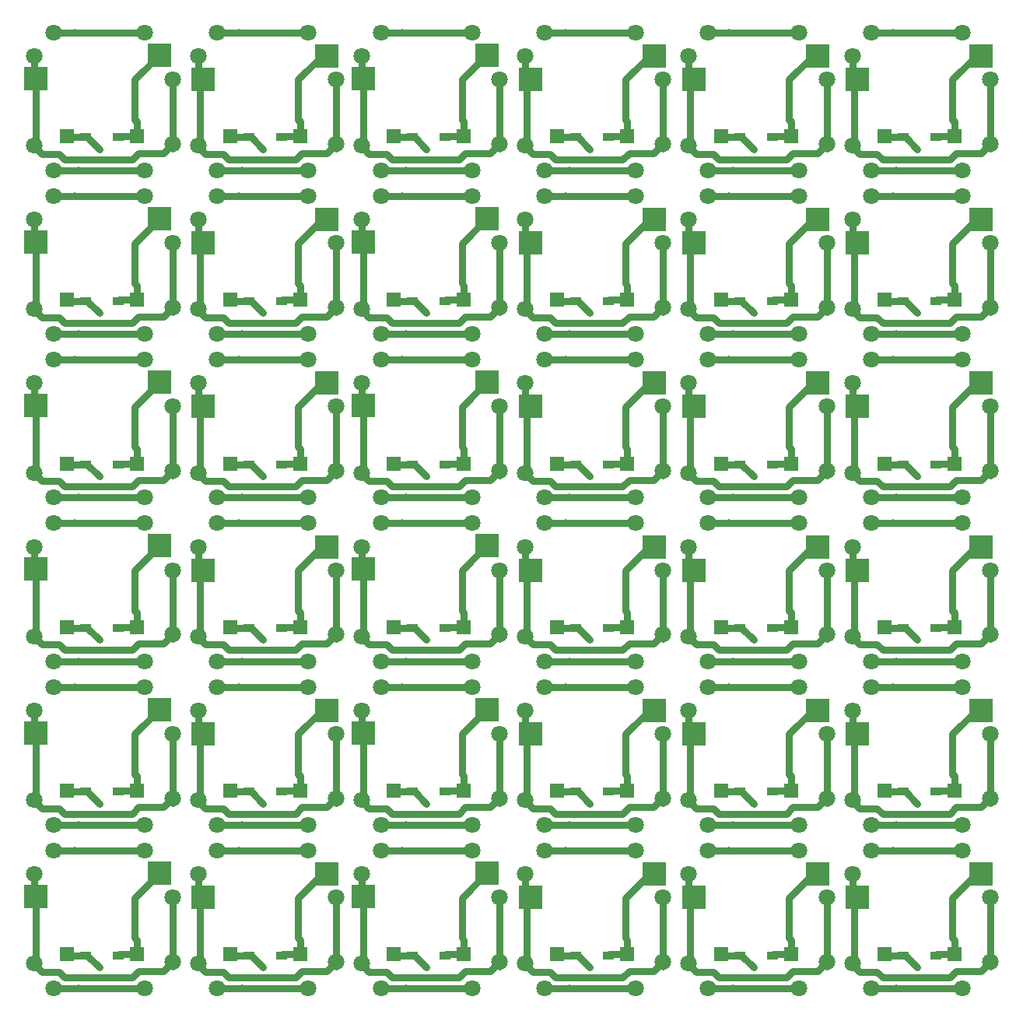
<source format=gbl>
G04 #@! TF.GenerationSoftware,KiCad,Pcbnew,(5.1.4)-1*
G04 #@! TF.CreationDate,2020-01-11T16:44:35+01:00*
G04 #@! TF.ProjectId,plate,706c6174-652e-46b6-9963-61645f706362,1*
G04 #@! TF.SameCoordinates,Original*
G04 #@! TF.FileFunction,Copper,L2,Bot*
G04 #@! TF.FilePolarity,Positive*
%FSLAX46Y46*%
G04 Gerber Fmt 4.6, Leading zero omitted, Abs format (unit mm)*
G04 Created by KiCad (PCBNEW (5.1.4)-1) date 2020-01-11 16:44:35*
%MOMM*%
%LPD*%
G04 APERTURE LIST*
%ADD10C,1.800000*%
%ADD11R,1.300000X0.950000*%
%ADD12R,1.600000X1.600000*%
%ADD13R,2.550000X2.500000*%
%ADD14C,0.800000*%
%ADD15C,0.800000*%
%ADD16C,0.300000*%
G04 APERTURE END LIST*
D10*
X178090000Y-176030000D03*
D11*
X189415000Y-172430000D03*
X192965000Y-172430000D03*
D12*
X177210000Y-172330000D03*
X169590000Y-172330000D03*
D10*
X183895000Y-163575000D03*
X181090000Y-173130000D03*
D12*
X195010000Y-172330000D03*
X187390000Y-172330000D03*
D10*
X183890000Y-173330000D03*
X181090000Y-166115000D03*
D13*
X197905000Y-163575000D03*
X184455000Y-166115000D03*
D10*
X198890000Y-166115000D03*
X185990000Y-176030000D03*
X178090000Y-161030000D03*
X195890000Y-176030000D03*
X185990000Y-161030000D03*
X195890000Y-161030000D03*
X198890000Y-173130000D03*
X163290000Y-173130000D03*
X148290000Y-173330000D03*
X150390000Y-176030000D03*
X160290000Y-161030000D03*
X124690000Y-161030000D03*
X150390000Y-161030000D03*
D11*
X118215000Y-172430000D03*
X121765000Y-172430000D03*
D10*
X168190000Y-161030000D03*
D11*
X171615000Y-172430000D03*
X175165000Y-172430000D03*
D10*
X166095000Y-163575000D03*
D13*
X180105000Y-163575000D03*
X166655000Y-166115000D03*
D10*
X130495000Y-163575000D03*
X166090000Y-173330000D03*
X109890000Y-166115000D03*
X130490000Y-173330000D03*
D13*
X126705000Y-163575000D03*
X113255000Y-166115000D03*
D10*
X132590000Y-176030000D03*
X142490000Y-176030000D03*
X163290000Y-166115000D03*
X109890000Y-173130000D03*
D11*
X157365000Y-172430000D03*
X153815000Y-172430000D03*
X136015000Y-172430000D03*
X139565000Y-172430000D03*
D10*
X114790000Y-176030000D03*
X112695000Y-163575000D03*
D13*
X144105000Y-163475000D03*
X130655000Y-166015000D03*
D10*
X142490000Y-161030000D03*
X168190000Y-176030000D03*
D13*
X148855000Y-166115000D03*
X162305000Y-163575000D03*
D12*
X123810000Y-172330000D03*
X116190000Y-172330000D03*
D10*
X127690000Y-166115000D03*
X114790000Y-161030000D03*
X127690000Y-173130000D03*
X124690000Y-176030000D03*
D12*
X141610000Y-172330000D03*
X133990000Y-172330000D03*
D10*
X112690000Y-173330000D03*
X132590000Y-161030000D03*
D12*
X151790000Y-172330000D03*
X159410000Y-172330000D03*
D10*
X160290000Y-176030000D03*
D13*
X95055000Y-166015000D03*
X108505000Y-163475000D03*
D12*
X98390000Y-172330000D03*
X106010000Y-172330000D03*
D10*
X106890000Y-176030000D03*
X145490000Y-173130000D03*
X145490000Y-166115000D03*
X94895000Y-163575000D03*
X96990000Y-161030000D03*
X148295000Y-163575000D03*
X94890000Y-173330000D03*
X96990000Y-176030000D03*
X106890000Y-161030000D03*
D11*
X103965000Y-172430000D03*
X100415000Y-172430000D03*
D10*
X178090000Y-158230000D03*
D11*
X189415000Y-154630000D03*
X192965000Y-154630000D03*
D12*
X177210000Y-154530000D03*
X169590000Y-154530000D03*
D10*
X183895000Y-145775000D03*
X181090000Y-155330000D03*
D12*
X195010000Y-154530000D03*
X187390000Y-154530000D03*
D10*
X183890000Y-155530000D03*
X181090000Y-148315000D03*
D13*
X197905000Y-145775000D03*
X184455000Y-148315000D03*
D10*
X198890000Y-148315000D03*
X185990000Y-158230000D03*
X178090000Y-143230000D03*
X195890000Y-158230000D03*
X185990000Y-143230000D03*
X195890000Y-143230000D03*
X198890000Y-155330000D03*
X163290000Y-155330000D03*
X148290000Y-155530000D03*
X150390000Y-158230000D03*
X160290000Y-143230000D03*
X124690000Y-143230000D03*
X150390000Y-143230000D03*
D11*
X118215000Y-154630000D03*
X121765000Y-154630000D03*
D10*
X168190000Y-143230000D03*
D11*
X171615000Y-154630000D03*
X175165000Y-154630000D03*
D10*
X166095000Y-145775000D03*
D13*
X180105000Y-145775000D03*
X166655000Y-148315000D03*
D10*
X130495000Y-145775000D03*
X166090000Y-155530000D03*
X109890000Y-148315000D03*
X130490000Y-155530000D03*
D13*
X126705000Y-145775000D03*
X113255000Y-148315000D03*
D10*
X132590000Y-158230000D03*
X142490000Y-158230000D03*
X163290000Y-148315000D03*
X109890000Y-155330000D03*
D11*
X157365000Y-154630000D03*
X153815000Y-154630000D03*
X136015000Y-154630000D03*
X139565000Y-154630000D03*
D10*
X114790000Y-158230000D03*
X112695000Y-145775000D03*
D13*
X144105000Y-145675000D03*
X130655000Y-148215000D03*
D10*
X142490000Y-143230000D03*
X168190000Y-158230000D03*
D13*
X148855000Y-148315000D03*
X162305000Y-145775000D03*
D12*
X123810000Y-154530000D03*
X116190000Y-154530000D03*
D10*
X127690000Y-148315000D03*
X114790000Y-143230000D03*
X127690000Y-155330000D03*
X124690000Y-158230000D03*
D12*
X141610000Y-154530000D03*
X133990000Y-154530000D03*
D10*
X112690000Y-155530000D03*
X132590000Y-143230000D03*
D12*
X151790000Y-154530000D03*
X159410000Y-154530000D03*
D10*
X160290000Y-158230000D03*
D13*
X95055000Y-148215000D03*
X108505000Y-145675000D03*
D12*
X98390000Y-154530000D03*
X106010000Y-154530000D03*
D10*
X106890000Y-158230000D03*
X145490000Y-155330000D03*
X145490000Y-148315000D03*
X94895000Y-145775000D03*
X96990000Y-143230000D03*
X148295000Y-145775000D03*
X94890000Y-155530000D03*
X96990000Y-158230000D03*
X106890000Y-143230000D03*
D11*
X103965000Y-154630000D03*
X100415000Y-154630000D03*
D10*
X178090000Y-140430000D03*
D11*
X189415000Y-136830000D03*
X192965000Y-136830000D03*
D12*
X177210000Y-136730000D03*
X169590000Y-136730000D03*
D10*
X183895000Y-127975000D03*
X181090000Y-137530000D03*
D12*
X195010000Y-136730000D03*
X187390000Y-136730000D03*
D10*
X183890000Y-137730000D03*
X181090000Y-130515000D03*
D13*
X197905000Y-127975000D03*
X184455000Y-130515000D03*
D10*
X198890000Y-130515000D03*
X185990000Y-140430000D03*
X178090000Y-125430000D03*
X195890000Y-140430000D03*
X185990000Y-125430000D03*
X195890000Y-125430000D03*
X198890000Y-137530000D03*
X163290000Y-137530000D03*
X148290000Y-137730000D03*
X150390000Y-140430000D03*
X160290000Y-125430000D03*
X124690000Y-125430000D03*
X150390000Y-125430000D03*
D11*
X118215000Y-136830000D03*
X121765000Y-136830000D03*
D10*
X168190000Y-125430000D03*
D11*
X171615000Y-136830000D03*
X175165000Y-136830000D03*
D10*
X166095000Y-127975000D03*
D13*
X180105000Y-127975000D03*
X166655000Y-130515000D03*
D10*
X130495000Y-127975000D03*
X166090000Y-137730000D03*
X109890000Y-130515000D03*
X130490000Y-137730000D03*
D13*
X126705000Y-127975000D03*
X113255000Y-130515000D03*
D10*
X132590000Y-140430000D03*
X142490000Y-140430000D03*
X163290000Y-130515000D03*
X109890000Y-137530000D03*
D11*
X157365000Y-136830000D03*
X153815000Y-136830000D03*
X136015000Y-136830000D03*
X139565000Y-136830000D03*
D10*
X114790000Y-140430000D03*
X112695000Y-127975000D03*
D13*
X144105000Y-127875000D03*
X130655000Y-130415000D03*
D10*
X142490000Y-125430000D03*
X168190000Y-140430000D03*
D13*
X148855000Y-130515000D03*
X162305000Y-127975000D03*
D12*
X123810000Y-136730000D03*
X116190000Y-136730000D03*
D10*
X127690000Y-130515000D03*
X114790000Y-125430000D03*
X127690000Y-137530000D03*
X124690000Y-140430000D03*
D12*
X141610000Y-136730000D03*
X133990000Y-136730000D03*
D10*
X112690000Y-137730000D03*
X132590000Y-125430000D03*
D12*
X151790000Y-136730000D03*
X159410000Y-136730000D03*
D10*
X160290000Y-140430000D03*
D13*
X95055000Y-130415000D03*
X108505000Y-127875000D03*
D12*
X98390000Y-136730000D03*
X106010000Y-136730000D03*
D10*
X106890000Y-140430000D03*
X145490000Y-137530000D03*
X145490000Y-130515000D03*
X94895000Y-127975000D03*
X96990000Y-125430000D03*
X148295000Y-127975000D03*
X94890000Y-137730000D03*
X96990000Y-140430000D03*
X106890000Y-125430000D03*
D11*
X103965000Y-136830000D03*
X100415000Y-136830000D03*
D10*
X178090000Y-122630000D03*
D11*
X189415000Y-119030000D03*
X192965000Y-119030000D03*
D12*
X177210000Y-118930000D03*
X169590000Y-118930000D03*
D10*
X183895000Y-110175000D03*
X181090000Y-119730000D03*
D12*
X195010000Y-118930000D03*
X187390000Y-118930000D03*
D10*
X183890000Y-119930000D03*
X181090000Y-112715000D03*
D13*
X197905000Y-110175000D03*
X184455000Y-112715000D03*
D10*
X198890000Y-112715000D03*
X185990000Y-122630000D03*
X178090000Y-107630000D03*
X195890000Y-122630000D03*
X185990000Y-107630000D03*
X195890000Y-107630000D03*
X198890000Y-119730000D03*
X163290000Y-119730000D03*
X148290000Y-119930000D03*
X150390000Y-122630000D03*
X160290000Y-107630000D03*
X124690000Y-107630000D03*
X150390000Y-107630000D03*
D11*
X118215000Y-119030000D03*
X121765000Y-119030000D03*
D10*
X168190000Y-107630000D03*
D11*
X171615000Y-119030000D03*
X175165000Y-119030000D03*
D10*
X166095000Y-110175000D03*
D13*
X180105000Y-110175000D03*
X166655000Y-112715000D03*
D10*
X130495000Y-110175000D03*
X166090000Y-119930000D03*
X109890000Y-112715000D03*
X130490000Y-119930000D03*
D13*
X126705000Y-110175000D03*
X113255000Y-112715000D03*
D10*
X132590000Y-122630000D03*
X142490000Y-122630000D03*
X163290000Y-112715000D03*
X109890000Y-119730000D03*
D11*
X157365000Y-119030000D03*
X153815000Y-119030000D03*
X136015000Y-119030000D03*
X139565000Y-119030000D03*
D10*
X114790000Y-122630000D03*
X112695000Y-110175000D03*
D13*
X144105000Y-110075000D03*
X130655000Y-112615000D03*
D10*
X142490000Y-107630000D03*
X168190000Y-122630000D03*
D13*
X148855000Y-112715000D03*
X162305000Y-110175000D03*
D12*
X123810000Y-118930000D03*
X116190000Y-118930000D03*
D10*
X127690000Y-112715000D03*
X114790000Y-107630000D03*
X127690000Y-119730000D03*
X124690000Y-122630000D03*
D12*
X141610000Y-118930000D03*
X133990000Y-118930000D03*
D10*
X112690000Y-119930000D03*
X132590000Y-107630000D03*
D12*
X151790000Y-118930000D03*
X159410000Y-118930000D03*
D10*
X160290000Y-122630000D03*
D13*
X95055000Y-112615000D03*
X108505000Y-110075000D03*
D12*
X98390000Y-118930000D03*
X106010000Y-118930000D03*
D10*
X106890000Y-122630000D03*
X145490000Y-119730000D03*
X145490000Y-112715000D03*
X94895000Y-110175000D03*
X96990000Y-107630000D03*
X148295000Y-110175000D03*
X94890000Y-119930000D03*
X96990000Y-122630000D03*
X106890000Y-107630000D03*
D11*
X103965000Y-119030000D03*
X100415000Y-119030000D03*
D10*
X183895000Y-92375000D03*
X195890000Y-104830000D03*
X183890000Y-102130000D03*
X185990000Y-104830000D03*
X185990000Y-89830000D03*
X195890000Y-89830000D03*
D13*
X184455000Y-94915000D03*
X197905000Y-92375000D03*
D12*
X187390000Y-101130000D03*
X195010000Y-101130000D03*
D10*
X198890000Y-94915000D03*
X198890000Y-101930000D03*
D11*
X192965000Y-101230000D03*
X189415000Y-101230000D03*
D12*
X169590000Y-101130000D03*
X177210000Y-101130000D03*
D10*
X178090000Y-89830000D03*
X181090000Y-101930000D03*
X178090000Y-104830000D03*
X181090000Y-94915000D03*
X168190000Y-89830000D03*
X166095000Y-92375000D03*
D11*
X175165000Y-101230000D03*
X171615000Y-101230000D03*
D13*
X166655000Y-94915000D03*
X180105000Y-92375000D03*
D10*
X166090000Y-102130000D03*
X168190000Y-104830000D03*
D12*
X116190000Y-101130000D03*
X123810000Y-101130000D03*
D10*
X109890000Y-94915000D03*
X114790000Y-89830000D03*
X124690000Y-104830000D03*
X112695000Y-92375000D03*
X109890000Y-101930000D03*
X127690000Y-101930000D03*
X112690000Y-102130000D03*
X114790000Y-104830000D03*
D11*
X121765000Y-101230000D03*
X118215000Y-101230000D03*
D13*
X113255000Y-94915000D03*
X126705000Y-92375000D03*
D10*
X124690000Y-89830000D03*
X127690000Y-94915000D03*
X160290000Y-89830000D03*
X130495000Y-92375000D03*
D13*
X162305000Y-92375000D03*
X148855000Y-94915000D03*
D10*
X163290000Y-94915000D03*
D13*
X130655000Y-94815000D03*
X144105000Y-92275000D03*
D10*
X142490000Y-104830000D03*
X132590000Y-104830000D03*
D11*
X139565000Y-101230000D03*
X136015000Y-101230000D03*
D10*
X163290000Y-101930000D03*
D11*
X153815000Y-101230000D03*
X157365000Y-101230000D03*
D10*
X148290000Y-102130000D03*
X150390000Y-104830000D03*
X132590000Y-89830000D03*
X130490000Y-102130000D03*
D12*
X133990000Y-101130000D03*
X141610000Y-101130000D03*
D10*
X142490000Y-89830000D03*
X150390000Y-89830000D03*
X160290000Y-104830000D03*
X145490000Y-101930000D03*
X145490000Y-94915000D03*
D12*
X159410000Y-101130000D03*
X151790000Y-101130000D03*
D10*
X148295000Y-92375000D03*
D13*
X108505000Y-92275000D03*
X95055000Y-94815000D03*
D10*
X96990000Y-89830000D03*
D12*
X106010000Y-101130000D03*
X98390000Y-101130000D03*
D10*
X94890000Y-102130000D03*
X94895000Y-92375000D03*
X106890000Y-104830000D03*
X96990000Y-104830000D03*
X106890000Y-89830000D03*
D11*
X100415000Y-101230000D03*
X103965000Y-101230000D03*
D10*
X195890000Y-72030000D03*
D13*
X197905000Y-74575000D03*
X184455000Y-77115000D03*
D10*
X198890000Y-77115000D03*
X198890000Y-84130000D03*
D11*
X189415000Y-83430000D03*
X192965000Y-83430000D03*
D10*
X183890000Y-84330000D03*
X185990000Y-87030000D03*
X185990000Y-72030000D03*
X195890000Y-87030000D03*
D12*
X195010000Y-83330000D03*
X187390000Y-83330000D03*
D10*
X183895000Y-74575000D03*
X178090000Y-72030000D03*
D13*
X180105000Y-74575000D03*
X166655000Y-77115000D03*
D10*
X181090000Y-77115000D03*
X181090000Y-84130000D03*
D11*
X171615000Y-83430000D03*
X175165000Y-83430000D03*
D10*
X166090000Y-84330000D03*
X168190000Y-87030000D03*
X168190000Y-72030000D03*
X178090000Y-87030000D03*
D12*
X177210000Y-83330000D03*
X169590000Y-83330000D03*
D10*
X166095000Y-74575000D03*
D12*
X151790000Y-83330000D03*
X159410000Y-83330000D03*
D10*
X145490000Y-77115000D03*
X150390000Y-72030000D03*
X160290000Y-87030000D03*
X148295000Y-74575000D03*
X145490000Y-84130000D03*
X163290000Y-84130000D03*
X148290000Y-84330000D03*
X150390000Y-87030000D03*
D11*
X157365000Y-83430000D03*
X153815000Y-83430000D03*
D13*
X148855000Y-77115000D03*
X162305000Y-74575000D03*
D10*
X160290000Y-72030000D03*
X163290000Y-77115000D03*
D13*
X144105000Y-74475000D03*
X130655000Y-77015000D03*
D10*
X132590000Y-72030000D03*
D12*
X141610000Y-83330000D03*
X133990000Y-83330000D03*
D10*
X130490000Y-84330000D03*
X130495000Y-74575000D03*
X142490000Y-87030000D03*
X132590000Y-87030000D03*
X142490000Y-72030000D03*
D11*
X136015000Y-83430000D03*
X139565000Y-83430000D03*
D10*
X127690000Y-77115000D03*
X127690000Y-84130000D03*
D13*
X126705000Y-74575000D03*
X113255000Y-77115000D03*
D10*
X114790000Y-72030000D03*
D12*
X123810000Y-83330000D03*
X116190000Y-83330000D03*
D10*
X112690000Y-84330000D03*
X112695000Y-74575000D03*
X124690000Y-87030000D03*
X114790000Y-87030000D03*
X124690000Y-72030000D03*
D11*
X118215000Y-83430000D03*
X121765000Y-83430000D03*
D12*
X98390000Y-83330000D03*
X106010000Y-83330000D03*
D11*
X103965000Y-83430000D03*
X100415000Y-83430000D03*
D13*
X95055000Y-77015000D03*
X108505000Y-74475000D03*
D10*
X96990000Y-72030000D03*
X106890000Y-72030000D03*
X96990000Y-87030000D03*
X106890000Y-87030000D03*
X94895000Y-74575000D03*
X94890000Y-84330000D03*
X109890000Y-77115000D03*
X109890000Y-84130000D03*
D14*
X119740000Y-84730000D03*
X117490000Y-87030000D03*
X117090000Y-72030000D03*
X152690000Y-72030000D03*
X153090000Y-87030000D03*
X155340000Y-84730000D03*
X137540000Y-84730000D03*
X135290000Y-87030000D03*
X134890000Y-72030000D03*
X170490000Y-72030000D03*
X170890000Y-87030000D03*
X173140000Y-84730000D03*
X188290000Y-72030000D03*
X188690000Y-87030000D03*
X190940000Y-84730000D03*
X137540000Y-102530000D03*
X170490000Y-89830000D03*
X170890000Y-104830000D03*
X173140000Y-102530000D03*
X134890000Y-89830000D03*
X135290000Y-104830000D03*
X152690000Y-89830000D03*
X153090000Y-104830000D03*
X155340000Y-102530000D03*
X188690000Y-104830000D03*
X117090000Y-89830000D03*
X117490000Y-104830000D03*
X188290000Y-89830000D03*
X190940000Y-102530000D03*
X119740000Y-102530000D03*
X101940000Y-102530000D03*
X99690000Y-104830000D03*
X99290000Y-89830000D03*
X101940000Y-120330000D03*
X170890000Y-122630000D03*
X135290000Y-122630000D03*
X188690000Y-122630000D03*
X117090000Y-107630000D03*
X134890000Y-107630000D03*
X190940000Y-120330000D03*
X119740000Y-120330000D03*
X117490000Y-122630000D03*
X152690000Y-107630000D03*
X188290000Y-107630000D03*
X99690000Y-122630000D03*
X153090000Y-122630000D03*
X170490000Y-107630000D03*
X155340000Y-120330000D03*
X99290000Y-107630000D03*
X173140000Y-120330000D03*
X137540000Y-120330000D03*
X101940000Y-138130000D03*
X170890000Y-140430000D03*
X135290000Y-140430000D03*
X188690000Y-140430000D03*
X117090000Y-125430000D03*
X134890000Y-125430000D03*
X190940000Y-138130000D03*
X119740000Y-138130000D03*
X117490000Y-140430000D03*
X152690000Y-125430000D03*
X188290000Y-125430000D03*
X99690000Y-140430000D03*
X153090000Y-140430000D03*
X170490000Y-125430000D03*
X155340000Y-138130000D03*
X99290000Y-125430000D03*
X173140000Y-138130000D03*
X137540000Y-138130000D03*
X101940000Y-155930000D03*
X170890000Y-158230000D03*
X135290000Y-158230000D03*
X188690000Y-158230000D03*
X117090000Y-143230000D03*
X134890000Y-143230000D03*
X190940000Y-155930000D03*
X119740000Y-155930000D03*
X117490000Y-158230000D03*
X152690000Y-143230000D03*
X188290000Y-143230000D03*
X99690000Y-158230000D03*
X153090000Y-158230000D03*
X170490000Y-143230000D03*
X155340000Y-155930000D03*
X99290000Y-143230000D03*
X173140000Y-155930000D03*
X137540000Y-155930000D03*
X101940000Y-173730000D03*
X170890000Y-176030000D03*
X135290000Y-176030000D03*
X188690000Y-176030000D03*
X117090000Y-161030000D03*
X134890000Y-161030000D03*
X190940000Y-173730000D03*
X119740000Y-173730000D03*
X117490000Y-176030000D03*
X152690000Y-161030000D03*
X188290000Y-161030000D03*
X99690000Y-176030000D03*
X153090000Y-176030000D03*
X170490000Y-161030000D03*
X155340000Y-173730000D03*
X99290000Y-161030000D03*
X173140000Y-173730000D03*
X137540000Y-173730000D03*
X99690000Y-87030000D03*
X101940000Y-84730000D03*
X99290000Y-72030000D03*
D15*
X126280000Y-74475000D02*
X123594999Y-77160001D01*
X123810000Y-83330000D02*
X121865000Y-83330000D01*
X121865000Y-83330000D02*
X121765000Y-83430000D01*
X123594999Y-81514999D02*
X123810000Y-81730000D01*
X126305000Y-74475000D02*
X126280000Y-74475000D01*
X123594999Y-77160001D02*
X123594999Y-81514999D01*
D16*
X126380000Y-74575000D02*
X126405000Y-74575000D01*
D15*
X123810000Y-81730000D02*
X123810000Y-83330000D01*
X118215000Y-83430000D02*
X116290000Y-83430000D01*
X116062792Y-72030000D02*
X117090000Y-72030000D01*
X121990000Y-72030000D02*
X124890000Y-72030000D01*
X114790000Y-72030000D02*
X116062792Y-72030000D01*
X116290000Y-83430000D02*
X116190000Y-83330000D01*
X117090000Y-72030000D02*
X121990000Y-72030000D01*
X121990000Y-72030000D02*
X121690000Y-72030000D01*
X118215000Y-83430000D02*
X118390000Y-83430000D01*
X118215000Y-83430000D02*
X118440000Y-83430000D01*
X114790000Y-87030000D02*
X116062792Y-87030000D01*
X118440000Y-83430000D02*
X119740000Y-84730000D01*
X117490000Y-87030000D02*
X124890000Y-87030000D01*
X116062792Y-87030000D02*
X117490000Y-87030000D01*
X112590000Y-84330000D02*
X113489999Y-85229999D01*
D16*
X112695000Y-76855000D02*
X112955000Y-77115000D01*
D15*
X115989980Y-85830000D02*
X123290000Y-85830000D01*
X113489999Y-85229999D02*
X115389979Y-85229999D01*
X115389979Y-85229999D02*
X115989980Y-85830000D01*
X123990000Y-85130000D02*
X126690000Y-85130000D01*
X112855000Y-77015000D02*
X112855000Y-84470000D01*
X112695000Y-76855000D02*
X112855000Y-77015000D01*
D16*
X112695000Y-77375000D02*
X112955000Y-77115000D01*
D15*
X127690000Y-77115000D02*
X127690000Y-84630000D01*
X112695000Y-74575000D02*
X112695000Y-76855000D01*
X126690000Y-85130000D02*
X127690000Y-84130000D01*
X123290000Y-85830000D02*
X123990000Y-85130000D01*
X112855000Y-84470000D02*
X112695000Y-84630000D01*
X159410000Y-81730000D02*
X159410000Y-83330000D01*
D16*
X161980000Y-74575000D02*
X162005000Y-74575000D01*
D15*
X149089999Y-85229999D02*
X150989979Y-85229999D01*
X148455000Y-77015000D02*
X148455000Y-84470000D01*
X157590000Y-72030000D02*
X157290000Y-72030000D01*
X151662792Y-87030000D02*
X153090000Y-87030000D01*
X150390000Y-87030000D02*
X151662792Y-87030000D01*
X161905000Y-74475000D02*
X161880000Y-74475000D01*
X151890000Y-83430000D02*
X151790000Y-83330000D01*
X148295000Y-74575000D02*
X148295000Y-76855000D01*
X150989979Y-85229999D02*
X151589980Y-85830000D01*
D16*
X148295000Y-77375000D02*
X148555000Y-77115000D01*
D15*
X159590000Y-85130000D02*
X162290000Y-85130000D01*
X152690000Y-72030000D02*
X157590000Y-72030000D01*
X153815000Y-83430000D02*
X154040000Y-83430000D01*
X158890000Y-85830000D02*
X159590000Y-85130000D01*
X148455000Y-84470000D02*
X148295000Y-84630000D01*
X151662792Y-72030000D02*
X152690000Y-72030000D01*
X153815000Y-83430000D02*
X153990000Y-83430000D01*
X163290000Y-77115000D02*
X163290000Y-84630000D01*
X159194999Y-77160001D02*
X159194999Y-81514999D01*
X150390000Y-72030000D02*
X151662792Y-72030000D01*
X148295000Y-76855000D02*
X148455000Y-77015000D01*
X157590000Y-72030000D02*
X160490000Y-72030000D01*
X153090000Y-87030000D02*
X160490000Y-87030000D01*
X162290000Y-85130000D02*
X163290000Y-84130000D01*
X154040000Y-83430000D02*
X155340000Y-84730000D01*
X157465000Y-83330000D02*
X157365000Y-83430000D01*
X159194999Y-81514999D02*
X159410000Y-81730000D01*
X148190000Y-84330000D02*
X149089999Y-85229999D01*
X153815000Y-83430000D02*
X151890000Y-83430000D01*
D16*
X148295000Y-76855000D02*
X148555000Y-77115000D01*
D15*
X159410000Y-83330000D02*
X157465000Y-83330000D01*
X151589980Y-85830000D02*
X158890000Y-85830000D01*
X161880000Y-74475000D02*
X159194999Y-77160001D01*
X144080000Y-74475000D02*
X141394999Y-77160001D01*
X141610000Y-83330000D02*
X139665000Y-83330000D01*
X139665000Y-83330000D02*
X139565000Y-83430000D01*
X141394999Y-81514999D02*
X141610000Y-81730000D01*
X144105000Y-74475000D02*
X144080000Y-74475000D01*
X141394999Y-77160001D02*
X141394999Y-81514999D01*
D16*
X144180000Y-74575000D02*
X144205000Y-74575000D01*
D15*
X141610000Y-81730000D02*
X141610000Y-83330000D01*
X136015000Y-83430000D02*
X134090000Y-83430000D01*
X133862792Y-72030000D02*
X134890000Y-72030000D01*
X139790000Y-72030000D02*
X142690000Y-72030000D01*
X132590000Y-72030000D02*
X133862792Y-72030000D01*
X134090000Y-83430000D02*
X133990000Y-83330000D01*
X134890000Y-72030000D02*
X139790000Y-72030000D01*
X139790000Y-72030000D02*
X139490000Y-72030000D01*
X136015000Y-83430000D02*
X136190000Y-83430000D01*
X136015000Y-83430000D02*
X136240000Y-83430000D01*
X132590000Y-87030000D02*
X133862792Y-87030000D01*
X136240000Y-83430000D02*
X137540000Y-84730000D01*
X135290000Y-87030000D02*
X142690000Y-87030000D01*
X133862792Y-87030000D02*
X135290000Y-87030000D01*
X130390000Y-84330000D02*
X131289999Y-85229999D01*
D16*
X130495000Y-76855000D02*
X130755000Y-77115000D01*
D15*
X133789980Y-85830000D02*
X141090000Y-85830000D01*
X131289999Y-85229999D02*
X133189979Y-85229999D01*
X133189979Y-85229999D02*
X133789980Y-85830000D01*
X141790000Y-85130000D02*
X144490000Y-85130000D01*
X130655000Y-77015000D02*
X130655000Y-84470000D01*
X130495000Y-76855000D02*
X130655000Y-77015000D01*
D16*
X130495000Y-77375000D02*
X130755000Y-77115000D01*
D15*
X145490000Y-77115000D02*
X145490000Y-84630000D01*
X130495000Y-74575000D02*
X130495000Y-76855000D01*
X144490000Y-85130000D02*
X145490000Y-84130000D01*
X141090000Y-85830000D02*
X141790000Y-85130000D01*
X130655000Y-84470000D02*
X130495000Y-84630000D01*
X168190000Y-87030000D02*
X169462792Y-87030000D01*
D16*
X179780000Y-74575000D02*
X179805000Y-74575000D01*
D15*
X166255000Y-77015000D02*
X166255000Y-84470000D01*
X166889999Y-85229999D02*
X168789979Y-85229999D01*
X177210000Y-81730000D02*
X177210000Y-83330000D01*
X175390000Y-72030000D02*
X175090000Y-72030000D01*
X169462792Y-87030000D02*
X170890000Y-87030000D01*
X179705000Y-74475000D02*
X179680000Y-74475000D01*
X169690000Y-83430000D02*
X169590000Y-83330000D01*
X171615000Y-83430000D02*
X171840000Y-83430000D01*
D16*
X166095000Y-76855000D02*
X166355000Y-77115000D01*
D15*
X176994999Y-77160001D02*
X176994999Y-81514999D01*
X171840000Y-83430000D02*
X173140000Y-84730000D01*
X181090000Y-77115000D02*
X181090000Y-84630000D01*
X168190000Y-72030000D02*
X169462792Y-72030000D01*
X166255000Y-84470000D02*
X166095000Y-84630000D01*
X170890000Y-87030000D02*
X178290000Y-87030000D01*
X175265000Y-83330000D02*
X175165000Y-83430000D01*
X171615000Y-83430000D02*
X169690000Y-83430000D01*
X165990000Y-84330000D02*
X166889999Y-85229999D01*
X166095000Y-74575000D02*
X166095000Y-76855000D01*
X170490000Y-72030000D02*
X175390000Y-72030000D01*
X168789979Y-85229999D02*
X169389980Y-85830000D01*
X177390000Y-85130000D02*
X180090000Y-85130000D01*
X180090000Y-85130000D02*
X181090000Y-84130000D01*
X166095000Y-76855000D02*
X166255000Y-77015000D01*
X176690000Y-85830000D02*
X177390000Y-85130000D01*
D16*
X166095000Y-77375000D02*
X166355000Y-77115000D01*
D15*
X175390000Y-72030000D02*
X178290000Y-72030000D01*
X176994999Y-81514999D02*
X177210000Y-81730000D01*
X171615000Y-83430000D02*
X171790000Y-83430000D01*
X169462792Y-72030000D02*
X170490000Y-72030000D01*
X169389980Y-85830000D02*
X176690000Y-85830000D01*
X177210000Y-83330000D02*
X175265000Y-83330000D01*
X179680000Y-74475000D02*
X176994999Y-77160001D01*
X185990000Y-87030000D02*
X187262792Y-87030000D01*
D16*
X197580000Y-74575000D02*
X197605000Y-74575000D01*
D15*
X184055000Y-77015000D02*
X184055000Y-84470000D01*
X184689999Y-85229999D02*
X186589979Y-85229999D01*
X195010000Y-81730000D02*
X195010000Y-83330000D01*
X193190000Y-72030000D02*
X192890000Y-72030000D01*
X187262792Y-87030000D02*
X188690000Y-87030000D01*
X197505000Y-74475000D02*
X197480000Y-74475000D01*
X187490000Y-83430000D02*
X187390000Y-83330000D01*
X189415000Y-83430000D02*
X189640000Y-83430000D01*
D16*
X183895000Y-76855000D02*
X184155000Y-77115000D01*
D15*
X194794999Y-77160001D02*
X194794999Y-81514999D01*
X189640000Y-83430000D02*
X190940000Y-84730000D01*
X198890000Y-77115000D02*
X198890000Y-84630000D01*
X185990000Y-72030000D02*
X187262792Y-72030000D01*
X184055000Y-84470000D02*
X183895000Y-84630000D01*
X188690000Y-87030000D02*
X196090000Y-87030000D01*
X193065000Y-83330000D02*
X192965000Y-83430000D01*
X189415000Y-83430000D02*
X187490000Y-83430000D01*
X183790000Y-84330000D02*
X184689999Y-85229999D01*
X183895000Y-74575000D02*
X183895000Y-76855000D01*
X188290000Y-72030000D02*
X193190000Y-72030000D01*
X186589979Y-85229999D02*
X187189980Y-85830000D01*
X195190000Y-85130000D02*
X197890000Y-85130000D01*
X197890000Y-85130000D02*
X198890000Y-84130000D01*
X183895000Y-76855000D02*
X184055000Y-77015000D01*
X194490000Y-85830000D02*
X195190000Y-85130000D01*
D16*
X183895000Y-77375000D02*
X184155000Y-77115000D01*
D15*
X193190000Y-72030000D02*
X196090000Y-72030000D01*
X194794999Y-81514999D02*
X195010000Y-81730000D01*
X189415000Y-83430000D02*
X189590000Y-83430000D01*
X187262792Y-72030000D02*
X188290000Y-72030000D01*
X187189980Y-85830000D02*
X194490000Y-85830000D01*
X195010000Y-83330000D02*
X193065000Y-83330000D01*
X197480000Y-74475000D02*
X194794999Y-77160001D01*
X150390000Y-104830000D02*
X151662792Y-104830000D01*
D16*
X161980000Y-92375000D02*
X162005000Y-92375000D01*
D15*
X148455000Y-94815000D02*
X148455000Y-102270000D01*
X149089999Y-103029999D02*
X150989979Y-103029999D01*
X159410000Y-99530000D02*
X159410000Y-101130000D01*
X157590000Y-89830000D02*
X157290000Y-89830000D01*
X151662792Y-104830000D02*
X153090000Y-104830000D01*
X185990000Y-89830000D02*
X187262792Y-89830000D01*
X184055000Y-102270000D02*
X183895000Y-102430000D01*
X161905000Y-92275000D02*
X161880000Y-92275000D01*
X151890000Y-101230000D02*
X151790000Y-101130000D01*
X153815000Y-101230000D02*
X154040000Y-101230000D01*
D16*
X148295000Y-94655000D02*
X148555000Y-94915000D01*
D15*
X159194999Y-94960001D02*
X159194999Y-99314999D01*
X154040000Y-101230000D02*
X155340000Y-102530000D01*
X163290000Y-94915000D02*
X163290000Y-102430000D01*
X150390000Y-89830000D02*
X151662792Y-89830000D01*
X148455000Y-102270000D02*
X148295000Y-102430000D01*
X153090000Y-104830000D02*
X160490000Y-104830000D01*
X157465000Y-101130000D02*
X157365000Y-101230000D01*
X153815000Y-101230000D02*
X151890000Y-101230000D01*
X148190000Y-102130000D02*
X149089999Y-103029999D01*
X148295000Y-92375000D02*
X148295000Y-94655000D01*
X152690000Y-89830000D02*
X157590000Y-89830000D01*
X150989979Y-103029999D02*
X151589980Y-103630000D01*
X159590000Y-102930000D02*
X162290000Y-102930000D01*
X162290000Y-102930000D02*
X163290000Y-101930000D01*
X148295000Y-94655000D02*
X148455000Y-94815000D01*
X158890000Y-103630000D02*
X159590000Y-102930000D01*
D16*
X148295000Y-95175000D02*
X148555000Y-94915000D01*
D15*
X157590000Y-89830000D02*
X160490000Y-89830000D01*
X159194999Y-99314999D02*
X159410000Y-99530000D01*
X153815000Y-101230000D02*
X153990000Y-101230000D01*
X144080000Y-92275000D02*
X141394999Y-94960001D01*
X151662792Y-89830000D02*
X152690000Y-89830000D01*
X179705000Y-92275000D02*
X179680000Y-92275000D01*
D16*
X179780000Y-92375000D02*
X179805000Y-92375000D01*
D15*
X168190000Y-89830000D02*
X169462792Y-89830000D01*
X169690000Y-101230000D02*
X169590000Y-101130000D01*
X166255000Y-102270000D02*
X166095000Y-102430000D01*
X175265000Y-101130000D02*
X175165000Y-101230000D01*
X171615000Y-101230000D02*
X169690000Y-101230000D01*
X165990000Y-102130000D02*
X166889999Y-103029999D01*
X170490000Y-89830000D02*
X175390000Y-89830000D01*
X166095000Y-92375000D02*
X166095000Y-94655000D01*
X181090000Y-94915000D02*
X181090000Y-102430000D01*
X170890000Y-104830000D02*
X178290000Y-104830000D01*
X166255000Y-94815000D02*
X166255000Y-102270000D01*
X175390000Y-89830000D02*
X175090000Y-89830000D01*
X169462792Y-104830000D02*
X170890000Y-104830000D01*
D16*
X166095000Y-94655000D02*
X166355000Y-94915000D01*
D15*
X176994999Y-94960001D02*
X176994999Y-99314999D01*
X171840000Y-101230000D02*
X173140000Y-102530000D01*
X168190000Y-104830000D02*
X169462792Y-104830000D01*
X168789979Y-103029999D02*
X169389980Y-103630000D01*
X177390000Y-102930000D02*
X180090000Y-102930000D01*
X166889999Y-103029999D02*
X168789979Y-103029999D01*
X177210000Y-99530000D02*
X177210000Y-101130000D01*
X180090000Y-102930000D02*
X181090000Y-101930000D01*
X171615000Y-101230000D02*
X171840000Y-101230000D01*
D16*
X183895000Y-95175000D02*
X184155000Y-94915000D01*
D15*
X188290000Y-89830000D02*
X193190000Y-89830000D01*
X183895000Y-94655000D02*
X184055000Y-94815000D01*
X187189980Y-103630000D02*
X194490000Y-103630000D01*
X194794999Y-99314999D02*
X195010000Y-99530000D01*
X189415000Y-101230000D02*
X187490000Y-101230000D01*
X186589979Y-103029999D02*
X187189980Y-103630000D01*
X183895000Y-92375000D02*
X183895000Y-94655000D01*
X189415000Y-101230000D02*
X189590000Y-101230000D01*
X195190000Y-102930000D02*
X197890000Y-102930000D01*
X193065000Y-101130000D02*
X192965000Y-101230000D01*
X187262792Y-89830000D02*
X188290000Y-89830000D01*
X183790000Y-102130000D02*
X184689999Y-103029999D01*
X193190000Y-89830000D02*
X196090000Y-89830000D01*
X194490000Y-103630000D02*
X195190000Y-102930000D01*
X195010000Y-101130000D02*
X193065000Y-101130000D01*
X197480000Y-92275000D02*
X194794999Y-94960001D01*
X197890000Y-102930000D02*
X198890000Y-101930000D01*
X188690000Y-104830000D02*
X196090000Y-104830000D01*
X169389980Y-103630000D02*
X176690000Y-103630000D01*
X189640000Y-101230000D02*
X190940000Y-102530000D01*
X198890000Y-94915000D02*
X198890000Y-102430000D01*
X184689999Y-103029999D02*
X186589979Y-103029999D01*
X193190000Y-89830000D02*
X192890000Y-89830000D01*
D16*
X166095000Y-95175000D02*
X166355000Y-94915000D01*
D15*
X187262792Y-104830000D02*
X188690000Y-104830000D01*
X176690000Y-103630000D02*
X177390000Y-102930000D01*
X171615000Y-101230000D02*
X171790000Y-101230000D01*
X169462792Y-89830000D02*
X170490000Y-89830000D01*
X195010000Y-99530000D02*
X195010000Y-101130000D01*
D16*
X183895000Y-94655000D02*
X184155000Y-94915000D01*
D15*
X166095000Y-94655000D02*
X166255000Y-94815000D01*
X176994999Y-99314999D02*
X177210000Y-99530000D01*
X175390000Y-89830000D02*
X178290000Y-89830000D01*
X177210000Y-101130000D02*
X175265000Y-101130000D01*
X189415000Y-101230000D02*
X189640000Y-101230000D01*
X194794999Y-94960001D02*
X194794999Y-99314999D01*
X179680000Y-92275000D02*
X176994999Y-94960001D01*
X185990000Y-104830000D02*
X187262792Y-104830000D01*
X184055000Y-94815000D02*
X184055000Y-102270000D01*
X197505000Y-92275000D02*
X197480000Y-92275000D01*
D16*
X197580000Y-92375000D02*
X197605000Y-92375000D01*
D15*
X187490000Y-101230000D02*
X187390000Y-101130000D01*
D16*
X144180000Y-92375000D02*
X144205000Y-92375000D01*
D15*
X132590000Y-89830000D02*
X133862792Y-89830000D01*
X141394999Y-94960001D02*
X141394999Y-99314999D01*
X134890000Y-89830000D02*
X139790000Y-89830000D01*
X130495000Y-94655000D02*
X130655000Y-94815000D01*
X139790000Y-89830000D02*
X139490000Y-89830000D01*
X136015000Y-101230000D02*
X136190000Y-101230000D01*
X136015000Y-101230000D02*
X136240000Y-101230000D01*
D16*
X130495000Y-94655000D02*
X130755000Y-94915000D01*
D15*
X141394999Y-99314999D02*
X141610000Y-99530000D01*
X131289999Y-103029999D02*
X133189979Y-103029999D01*
X151589980Y-103630000D02*
X158890000Y-103630000D01*
X130655000Y-94815000D02*
X130655000Y-102270000D01*
X130390000Y-102130000D02*
X131289999Y-103029999D01*
X133789980Y-103630000D02*
X141090000Y-103630000D01*
X134090000Y-101230000D02*
X133990000Y-101130000D01*
X141610000Y-101130000D02*
X139665000Y-101130000D01*
X139665000Y-101130000D02*
X139565000Y-101230000D01*
X136015000Y-101230000D02*
X134090000Y-101230000D01*
X159410000Y-101130000D02*
X157465000Y-101130000D01*
X139790000Y-89830000D02*
X142690000Y-89830000D01*
X133189979Y-103029999D02*
X133789980Y-103630000D01*
X133862792Y-89830000D02*
X134890000Y-89830000D01*
X141790000Y-102930000D02*
X144490000Y-102930000D01*
X144105000Y-92275000D02*
X144080000Y-92275000D01*
X145490000Y-94915000D02*
X145490000Y-102430000D01*
X141610000Y-99530000D02*
X141610000Y-101130000D01*
D16*
X130495000Y-95175000D02*
X130755000Y-94915000D01*
D15*
X136240000Y-101230000D02*
X137540000Y-102530000D01*
X130495000Y-92375000D02*
X130495000Y-94655000D01*
X135290000Y-104830000D02*
X142690000Y-104830000D01*
X133862792Y-104830000D02*
X135290000Y-104830000D01*
X144490000Y-102930000D02*
X145490000Y-101930000D01*
X141090000Y-103630000D02*
X141790000Y-102930000D01*
X161880000Y-92275000D02*
X159194999Y-94960001D01*
X130655000Y-102270000D02*
X130495000Y-102430000D01*
X132590000Y-104830000D02*
X133862792Y-104830000D01*
X123810000Y-99530000D02*
X123810000Y-101130000D01*
D16*
X126380000Y-92375000D02*
X126405000Y-92375000D01*
D15*
X113489999Y-103029999D02*
X115389979Y-103029999D01*
X112855000Y-94815000D02*
X112855000Y-102270000D01*
X121990000Y-89830000D02*
X121690000Y-89830000D01*
X116062792Y-104830000D02*
X117490000Y-104830000D01*
X114790000Y-104830000D02*
X116062792Y-104830000D01*
X126305000Y-92275000D02*
X126280000Y-92275000D01*
X116290000Y-101230000D02*
X116190000Y-101130000D01*
X112695000Y-92375000D02*
X112695000Y-94655000D01*
X115389979Y-103029999D02*
X115989980Y-103630000D01*
D16*
X112695000Y-95175000D02*
X112955000Y-94915000D01*
D15*
X123990000Y-102930000D02*
X126690000Y-102930000D01*
X117090000Y-89830000D02*
X121990000Y-89830000D01*
X118215000Y-101230000D02*
X118440000Y-101230000D01*
X123290000Y-103630000D02*
X123990000Y-102930000D01*
X112855000Y-102270000D02*
X112695000Y-102430000D01*
X116062792Y-89830000D02*
X117090000Y-89830000D01*
X118215000Y-101230000D02*
X118390000Y-101230000D01*
X127690000Y-94915000D02*
X127690000Y-102430000D01*
X123594999Y-94960001D02*
X123594999Y-99314999D01*
X114790000Y-89830000D02*
X116062792Y-89830000D01*
X112695000Y-94655000D02*
X112855000Y-94815000D01*
X121990000Y-89830000D02*
X124890000Y-89830000D01*
X117490000Y-104830000D02*
X124890000Y-104830000D01*
X126690000Y-102930000D02*
X127690000Y-101930000D01*
X118440000Y-101230000D02*
X119740000Y-102530000D01*
X121865000Y-101130000D02*
X121765000Y-101230000D01*
X123594999Y-99314999D02*
X123810000Y-99530000D01*
X112590000Y-102130000D02*
X113489999Y-103029999D01*
X118215000Y-101230000D02*
X116290000Y-101230000D01*
D16*
X112695000Y-94655000D02*
X112955000Y-94915000D01*
D15*
X123810000Y-101130000D02*
X121865000Y-101130000D01*
X115989980Y-103630000D02*
X123290000Y-103630000D01*
X126280000Y-92275000D02*
X123594999Y-94960001D01*
X108480000Y-92275000D02*
X105794999Y-94960001D01*
X106010000Y-101130000D02*
X104065000Y-101130000D01*
X104065000Y-101130000D02*
X103965000Y-101230000D01*
X105794999Y-99314999D02*
X106010000Y-99530000D01*
X108505000Y-92275000D02*
X108480000Y-92275000D01*
X105794999Y-94960001D02*
X105794999Y-99314999D01*
D16*
X108580000Y-92375000D02*
X108605000Y-92375000D01*
D15*
X106010000Y-99530000D02*
X106010000Y-101130000D01*
X100415000Y-101230000D02*
X98490000Y-101230000D01*
X98262792Y-89830000D02*
X99290000Y-89830000D01*
X104190000Y-89830000D02*
X107090000Y-89830000D01*
X96990000Y-89830000D02*
X98262792Y-89830000D01*
X98490000Y-101230000D02*
X98390000Y-101130000D01*
X99290000Y-89830000D02*
X104190000Y-89830000D01*
X104190000Y-89830000D02*
X103890000Y-89830000D01*
X100415000Y-101230000D02*
X100590000Y-101230000D01*
X100415000Y-101230000D02*
X100640000Y-101230000D01*
X96990000Y-104830000D02*
X98262792Y-104830000D01*
X100640000Y-101230000D02*
X101940000Y-102530000D01*
X99690000Y-104830000D02*
X107090000Y-104830000D01*
X98262792Y-104830000D02*
X99690000Y-104830000D01*
X94790000Y-102130000D02*
X95689999Y-103029999D01*
D16*
X94895000Y-94655000D02*
X95155000Y-94915000D01*
D15*
X98189980Y-103630000D02*
X105490000Y-103630000D01*
X95689999Y-103029999D02*
X97589979Y-103029999D01*
X97589979Y-103029999D02*
X98189980Y-103630000D01*
X106190000Y-102930000D02*
X108890000Y-102930000D01*
X95055000Y-94815000D02*
X95055000Y-102270000D01*
X94895000Y-94655000D02*
X95055000Y-94815000D01*
D16*
X94895000Y-95175000D02*
X95155000Y-94915000D01*
D15*
X109890000Y-94915000D02*
X109890000Y-102430000D01*
X94895000Y-92375000D02*
X94895000Y-94655000D01*
X108890000Y-102930000D02*
X109890000Y-101930000D01*
X105490000Y-103630000D02*
X106190000Y-102930000D01*
X95055000Y-102270000D02*
X94895000Y-102430000D01*
X163290000Y-112715000D02*
X163290000Y-120230000D01*
X148455000Y-120070000D02*
X148295000Y-120230000D01*
X153815000Y-119030000D02*
X151890000Y-119030000D01*
X148190000Y-119930000D02*
X149089999Y-120829999D01*
X154040000Y-119030000D02*
X155340000Y-120330000D01*
X153090000Y-122630000D02*
X160490000Y-122630000D01*
X157465000Y-118930000D02*
X157365000Y-119030000D01*
X150390000Y-107630000D02*
X151662792Y-107630000D01*
X148295000Y-110175000D02*
X148295000Y-112455000D01*
X152690000Y-107630000D02*
X157590000Y-107630000D01*
X159590000Y-120730000D02*
X162290000Y-120730000D01*
X168190000Y-107630000D02*
X169462792Y-107630000D01*
X150989979Y-120829999D02*
X151589980Y-121430000D01*
X170490000Y-107630000D02*
X175390000Y-107630000D01*
X175265000Y-118930000D02*
X175165000Y-119030000D01*
X166255000Y-112615000D02*
X166255000Y-120070000D01*
X179705000Y-110075000D02*
X179680000Y-110075000D01*
X162290000Y-120730000D02*
X163290000Y-119730000D01*
X144080000Y-110075000D02*
X141394999Y-112760001D01*
X158890000Y-121430000D02*
X159590000Y-120730000D01*
D16*
X179780000Y-110175000D02*
X179805000Y-110175000D01*
D15*
X151662792Y-107630000D02*
X152690000Y-107630000D01*
X166095000Y-110175000D02*
X166095000Y-112455000D01*
X181090000Y-112715000D02*
X181090000Y-120230000D01*
X148295000Y-112455000D02*
X148455000Y-112615000D01*
X157590000Y-107630000D02*
X160490000Y-107630000D01*
D16*
X148295000Y-112975000D02*
X148555000Y-112715000D01*
D15*
X159194999Y-117114999D02*
X159410000Y-117330000D01*
X171615000Y-119030000D02*
X169690000Y-119030000D01*
X169690000Y-119030000D02*
X169590000Y-118930000D01*
X165990000Y-119930000D02*
X166889999Y-120829999D01*
X170890000Y-122630000D02*
X178290000Y-122630000D01*
X175390000Y-107630000D02*
X175090000Y-107630000D01*
X169462792Y-122630000D02*
X170890000Y-122630000D01*
X153815000Y-119030000D02*
X153990000Y-119030000D01*
X166255000Y-120070000D02*
X166095000Y-120230000D01*
X115989980Y-121430000D02*
X123290000Y-121430000D01*
X123810000Y-118930000D02*
X121865000Y-118930000D01*
X106010000Y-117330000D02*
X106010000Y-118930000D01*
X126280000Y-110075000D02*
X123594999Y-112760001D01*
D16*
X94895000Y-112455000D02*
X95155000Y-112715000D01*
X108580000Y-110175000D02*
X108605000Y-110175000D01*
D15*
X104190000Y-107630000D02*
X107090000Y-107630000D01*
X98189980Y-121430000D02*
X105490000Y-121430000D01*
X95055000Y-112615000D02*
X95055000Y-120070000D01*
X100415000Y-119030000D02*
X100640000Y-119030000D01*
X96990000Y-107630000D02*
X98262792Y-107630000D01*
X96990000Y-122630000D02*
X98262792Y-122630000D01*
X109890000Y-112715000D02*
X109890000Y-120230000D01*
X108890000Y-120730000D02*
X109890000Y-119730000D01*
X98490000Y-119030000D02*
X98390000Y-118930000D01*
X105794999Y-112760001D02*
X105794999Y-117114999D01*
X104190000Y-107630000D02*
X103890000Y-107630000D01*
X100415000Y-119030000D02*
X100590000Y-119030000D01*
X98262792Y-107630000D02*
X99290000Y-107630000D01*
X94790000Y-119930000D02*
X95689999Y-120829999D01*
X100415000Y-119030000D02*
X98490000Y-119030000D01*
X99290000Y-107630000D02*
X104190000Y-107630000D01*
X94895000Y-112455000D02*
X95055000Y-112615000D01*
D16*
X94895000Y-112975000D02*
X95155000Y-112715000D01*
D15*
X106190000Y-120730000D02*
X108890000Y-120730000D01*
X105794999Y-117114999D02*
X106010000Y-117330000D01*
X97589979Y-120829999D02*
X98189980Y-121430000D01*
X99690000Y-122630000D02*
X107090000Y-122630000D01*
X105490000Y-121430000D02*
X106190000Y-120730000D01*
X98262792Y-122630000D02*
X99690000Y-122630000D01*
X95055000Y-120070000D02*
X94895000Y-120230000D01*
X100640000Y-119030000D02*
X101940000Y-120330000D01*
X94895000Y-110175000D02*
X94895000Y-112455000D01*
X108505000Y-110075000D02*
X108480000Y-110075000D01*
X95689999Y-120829999D02*
X97589979Y-120829999D01*
X148455000Y-112615000D02*
X148455000Y-120070000D01*
X149089999Y-120829999D02*
X150989979Y-120829999D01*
X185990000Y-107630000D02*
X187262792Y-107630000D01*
X151890000Y-119030000D02*
X151790000Y-118930000D01*
D16*
X148295000Y-112455000D02*
X148555000Y-112715000D01*
X161980000Y-110175000D02*
X162005000Y-110175000D01*
D15*
X157590000Y-107630000D02*
X157290000Y-107630000D01*
X159410000Y-117330000D02*
X159410000Y-118930000D01*
X184055000Y-120070000D02*
X183895000Y-120230000D01*
X150390000Y-122630000D02*
X151662792Y-122630000D01*
X161905000Y-110075000D02*
X161880000Y-110075000D01*
X151662792Y-122630000D02*
X153090000Y-122630000D01*
X153815000Y-119030000D02*
X154040000Y-119030000D01*
X159194999Y-112760001D02*
X159194999Y-117114999D01*
X141394999Y-112760001D02*
X141394999Y-117114999D01*
X141394999Y-117114999D02*
X141610000Y-117330000D01*
D16*
X144180000Y-110175000D02*
X144205000Y-110175000D01*
D15*
X132590000Y-107630000D02*
X133862792Y-107630000D01*
X136015000Y-119030000D02*
X136190000Y-119030000D01*
X185990000Y-122630000D02*
X187262792Y-122630000D01*
D16*
X130495000Y-112455000D02*
X130755000Y-112715000D01*
D15*
X151589980Y-121430000D02*
X158890000Y-121430000D01*
X197505000Y-110075000D02*
X197480000Y-110075000D01*
D16*
X197580000Y-110175000D02*
X197605000Y-110175000D01*
D15*
X187490000Y-119030000D02*
X187390000Y-118930000D01*
X134890000Y-107630000D02*
X139790000Y-107630000D01*
X130655000Y-112615000D02*
X130655000Y-120070000D01*
X134090000Y-119030000D02*
X133990000Y-118930000D01*
X130390000Y-119930000D02*
X131289999Y-120829999D01*
X133789980Y-121430000D02*
X141090000Y-121430000D01*
X139665000Y-118930000D02*
X139565000Y-119030000D01*
X136015000Y-119030000D02*
X134090000Y-119030000D01*
X141610000Y-118930000D02*
X139665000Y-118930000D01*
X159410000Y-118930000D02*
X157465000Y-118930000D01*
X130495000Y-112455000D02*
X130655000Y-112615000D01*
X136015000Y-119030000D02*
X136240000Y-119030000D01*
X131289999Y-120829999D02*
X133189979Y-120829999D01*
X139790000Y-107630000D02*
X139490000Y-107630000D01*
X184055000Y-112615000D02*
X184055000Y-120070000D01*
X121990000Y-107630000D02*
X124890000Y-107630000D01*
X126305000Y-110075000D02*
X126280000Y-110075000D01*
X116290000Y-119030000D02*
X116190000Y-118930000D01*
D16*
X112695000Y-112975000D02*
X112955000Y-112715000D01*
D15*
X117490000Y-122630000D02*
X124890000Y-122630000D01*
X161880000Y-110075000D02*
X159194999Y-112760001D01*
X139790000Y-107630000D02*
X142690000Y-107630000D01*
X141790000Y-120730000D02*
X144490000Y-120730000D01*
X118215000Y-119030000D02*
X118390000Y-119030000D01*
X123594999Y-112760001D02*
X123594999Y-117114999D01*
X117090000Y-107630000D02*
X121990000Y-107630000D01*
X123290000Y-121430000D02*
X123990000Y-120730000D01*
X118440000Y-119030000D02*
X119740000Y-120330000D01*
X118215000Y-119030000D02*
X116290000Y-119030000D01*
X114790000Y-107630000D02*
X116062792Y-107630000D01*
X112855000Y-112615000D02*
X112855000Y-120070000D01*
X121990000Y-107630000D02*
X121690000Y-107630000D01*
X121865000Y-118930000D02*
X121765000Y-119030000D01*
X144105000Y-110075000D02*
X144080000Y-110075000D01*
X123594999Y-117114999D02*
X123810000Y-117330000D01*
D16*
X112695000Y-112455000D02*
X112955000Y-112715000D01*
D15*
X106010000Y-118930000D02*
X104065000Y-118930000D01*
X144490000Y-120730000D02*
X145490000Y-119730000D01*
X133862792Y-122630000D02*
X135290000Y-122630000D01*
X135290000Y-122630000D02*
X142690000Y-122630000D01*
D16*
X130495000Y-112975000D02*
X130755000Y-112715000D01*
D15*
X136240000Y-119030000D02*
X137540000Y-120330000D01*
X127690000Y-112715000D02*
X127690000Y-120230000D01*
X126690000Y-120730000D02*
X127690000Y-119730000D01*
X133189979Y-120829999D02*
X133789980Y-121430000D01*
X112590000Y-119930000D02*
X113489999Y-120829999D01*
X141090000Y-121430000D02*
X141790000Y-120730000D01*
X108480000Y-110075000D02*
X105794999Y-112760001D01*
X133862792Y-107630000D02*
X134890000Y-107630000D01*
X104065000Y-118930000D02*
X103965000Y-119030000D01*
X141610000Y-117330000D02*
X141610000Y-118930000D01*
X130495000Y-110175000D02*
X130495000Y-112455000D01*
X132590000Y-122630000D02*
X133862792Y-122630000D01*
X116062792Y-122630000D02*
X117490000Y-122630000D01*
X112855000Y-120070000D02*
X112695000Y-120230000D01*
X112695000Y-110175000D02*
X112695000Y-112455000D01*
X123990000Y-120730000D02*
X126690000Y-120730000D01*
X123810000Y-117330000D02*
X123810000Y-118930000D01*
X130655000Y-120070000D02*
X130495000Y-120230000D01*
D16*
X126380000Y-110175000D02*
X126405000Y-110175000D01*
D15*
X116062792Y-107630000D02*
X117090000Y-107630000D01*
X112695000Y-112455000D02*
X112855000Y-112615000D01*
X113489999Y-120829999D02*
X115389979Y-120829999D01*
X114790000Y-122630000D02*
X116062792Y-122630000D01*
X115389979Y-120829999D02*
X115989980Y-121430000D01*
X145490000Y-112715000D02*
X145490000Y-120230000D01*
X118215000Y-119030000D02*
X118440000Y-119030000D01*
X183790000Y-119930000D02*
X184689999Y-120829999D01*
X171840000Y-119030000D02*
X173140000Y-120330000D01*
D16*
X183895000Y-112975000D02*
X184155000Y-112715000D01*
X166095000Y-112455000D02*
X166355000Y-112715000D01*
D15*
X188290000Y-107630000D02*
X193190000Y-107630000D01*
X187189980Y-121430000D02*
X194490000Y-121430000D01*
X171615000Y-119030000D02*
X171840000Y-119030000D01*
X183895000Y-112455000D02*
X184055000Y-112615000D01*
X189415000Y-119030000D02*
X187490000Y-119030000D01*
X180090000Y-120730000D02*
X181090000Y-119730000D01*
X194794999Y-117114999D02*
X195010000Y-117330000D01*
X177390000Y-120730000D02*
X180090000Y-120730000D01*
X183895000Y-110175000D02*
X183895000Y-112455000D01*
X189415000Y-119030000D02*
X189590000Y-119030000D01*
X166889999Y-120829999D02*
X168789979Y-120829999D01*
X168190000Y-122630000D02*
X169462792Y-122630000D01*
X177210000Y-117330000D02*
X177210000Y-118930000D01*
X168789979Y-120829999D02*
X169389980Y-121430000D01*
X176994999Y-112760001D02*
X176994999Y-117114999D01*
X195190000Y-120730000D02*
X197890000Y-120730000D01*
X187262792Y-107630000D02*
X188290000Y-107630000D01*
X193065000Y-118930000D02*
X192965000Y-119030000D01*
X186589979Y-120829999D02*
X187189980Y-121430000D01*
X195010000Y-118930000D02*
X193065000Y-118930000D01*
X189640000Y-119030000D02*
X190940000Y-120330000D01*
X193190000Y-107630000D02*
X192890000Y-107630000D01*
D16*
X183895000Y-112455000D02*
X184155000Y-112715000D01*
X166095000Y-112975000D02*
X166355000Y-112715000D01*
D15*
X187262792Y-122630000D02*
X188690000Y-122630000D01*
X171615000Y-119030000D02*
X171790000Y-119030000D01*
X169462792Y-107630000D02*
X170490000Y-107630000D01*
X184689999Y-120829999D02*
X186589979Y-120829999D01*
X188690000Y-122630000D02*
X196090000Y-122630000D01*
X166095000Y-112455000D02*
X166255000Y-112615000D01*
X189415000Y-119030000D02*
X189640000Y-119030000D01*
X197890000Y-120730000D02*
X198890000Y-119730000D01*
X195010000Y-117330000D02*
X195010000Y-118930000D01*
X193190000Y-107630000D02*
X196090000Y-107630000D01*
X197480000Y-110075000D02*
X194794999Y-112760001D01*
X194794999Y-112760001D02*
X194794999Y-117114999D01*
X179680000Y-110075000D02*
X176994999Y-112760001D01*
X176994999Y-117114999D02*
X177210000Y-117330000D01*
X194490000Y-121430000D02*
X195190000Y-120730000D01*
X169389980Y-121430000D02*
X176690000Y-121430000D01*
X198890000Y-112715000D02*
X198890000Y-120230000D01*
X176690000Y-121430000D02*
X177390000Y-120730000D01*
X175390000Y-107630000D02*
X178290000Y-107630000D01*
X177210000Y-118930000D02*
X175265000Y-118930000D01*
X163290000Y-130515000D02*
X163290000Y-138030000D01*
X148455000Y-137870000D02*
X148295000Y-138030000D01*
X153815000Y-136830000D02*
X151890000Y-136830000D01*
X148190000Y-137730000D02*
X149089999Y-138629999D01*
X154040000Y-136830000D02*
X155340000Y-138130000D01*
X153090000Y-140430000D02*
X160490000Y-140430000D01*
X157465000Y-136730000D02*
X157365000Y-136830000D01*
X150390000Y-125430000D02*
X151662792Y-125430000D01*
X148295000Y-127975000D02*
X148295000Y-130255000D01*
X152690000Y-125430000D02*
X157590000Y-125430000D01*
X159590000Y-138530000D02*
X162290000Y-138530000D01*
X168190000Y-125430000D02*
X169462792Y-125430000D01*
X150989979Y-138629999D02*
X151589980Y-139230000D01*
X170490000Y-125430000D02*
X175390000Y-125430000D01*
X175265000Y-136730000D02*
X175165000Y-136830000D01*
X166255000Y-130415000D02*
X166255000Y-137870000D01*
X179705000Y-127875000D02*
X179680000Y-127875000D01*
X162290000Y-138530000D02*
X163290000Y-137530000D01*
X144080000Y-127875000D02*
X141394999Y-130560001D01*
X158890000Y-139230000D02*
X159590000Y-138530000D01*
D16*
X179780000Y-127975000D02*
X179805000Y-127975000D01*
D15*
X151662792Y-125430000D02*
X152690000Y-125430000D01*
X166095000Y-127975000D02*
X166095000Y-130255000D01*
X181090000Y-130515000D02*
X181090000Y-138030000D01*
X148295000Y-130255000D02*
X148455000Y-130415000D01*
X157590000Y-125430000D02*
X160490000Y-125430000D01*
D16*
X148295000Y-130775000D02*
X148555000Y-130515000D01*
D15*
X159194999Y-134914999D02*
X159410000Y-135130000D01*
X171615000Y-136830000D02*
X169690000Y-136830000D01*
X169690000Y-136830000D02*
X169590000Y-136730000D01*
X165990000Y-137730000D02*
X166889999Y-138629999D01*
X170890000Y-140430000D02*
X178290000Y-140430000D01*
X175390000Y-125430000D02*
X175090000Y-125430000D01*
X169462792Y-140430000D02*
X170890000Y-140430000D01*
X153815000Y-136830000D02*
X153990000Y-136830000D01*
X166255000Y-137870000D02*
X166095000Y-138030000D01*
X115989980Y-139230000D02*
X123290000Y-139230000D01*
X123810000Y-136730000D02*
X121865000Y-136730000D01*
X106010000Y-135130000D02*
X106010000Y-136730000D01*
X126280000Y-127875000D02*
X123594999Y-130560001D01*
D16*
X94895000Y-130255000D02*
X95155000Y-130515000D01*
X108580000Y-127975000D02*
X108605000Y-127975000D01*
D15*
X104190000Y-125430000D02*
X107090000Y-125430000D01*
X98189980Y-139230000D02*
X105490000Y-139230000D01*
X95055000Y-130415000D02*
X95055000Y-137870000D01*
X100415000Y-136830000D02*
X100640000Y-136830000D01*
X96990000Y-125430000D02*
X98262792Y-125430000D01*
X96990000Y-140430000D02*
X98262792Y-140430000D01*
X109890000Y-130515000D02*
X109890000Y-138030000D01*
X108890000Y-138530000D02*
X109890000Y-137530000D01*
X98490000Y-136830000D02*
X98390000Y-136730000D01*
X105794999Y-130560001D02*
X105794999Y-134914999D01*
X104190000Y-125430000D02*
X103890000Y-125430000D01*
X100415000Y-136830000D02*
X100590000Y-136830000D01*
X98262792Y-125430000D02*
X99290000Y-125430000D01*
X94790000Y-137730000D02*
X95689999Y-138629999D01*
X100415000Y-136830000D02*
X98490000Y-136830000D01*
X99290000Y-125430000D02*
X104190000Y-125430000D01*
X94895000Y-130255000D02*
X95055000Y-130415000D01*
D16*
X94895000Y-130775000D02*
X95155000Y-130515000D01*
D15*
X106190000Y-138530000D02*
X108890000Y-138530000D01*
X105794999Y-134914999D02*
X106010000Y-135130000D01*
X97589979Y-138629999D02*
X98189980Y-139230000D01*
X99690000Y-140430000D02*
X107090000Y-140430000D01*
X105490000Y-139230000D02*
X106190000Y-138530000D01*
X98262792Y-140430000D02*
X99690000Y-140430000D01*
X95055000Y-137870000D02*
X94895000Y-138030000D01*
X100640000Y-136830000D02*
X101940000Y-138130000D01*
X94895000Y-127975000D02*
X94895000Y-130255000D01*
X108505000Y-127875000D02*
X108480000Y-127875000D01*
X95689999Y-138629999D02*
X97589979Y-138629999D01*
X148455000Y-130415000D02*
X148455000Y-137870000D01*
X149089999Y-138629999D02*
X150989979Y-138629999D01*
X185990000Y-125430000D02*
X187262792Y-125430000D01*
X151890000Y-136830000D02*
X151790000Y-136730000D01*
D16*
X148295000Y-130255000D02*
X148555000Y-130515000D01*
X161980000Y-127975000D02*
X162005000Y-127975000D01*
D15*
X157590000Y-125430000D02*
X157290000Y-125430000D01*
X159410000Y-135130000D02*
X159410000Y-136730000D01*
X184055000Y-137870000D02*
X183895000Y-138030000D01*
X150390000Y-140430000D02*
X151662792Y-140430000D01*
X161905000Y-127875000D02*
X161880000Y-127875000D01*
X151662792Y-140430000D02*
X153090000Y-140430000D01*
X153815000Y-136830000D02*
X154040000Y-136830000D01*
X159194999Y-130560001D02*
X159194999Y-134914999D01*
X141394999Y-130560001D02*
X141394999Y-134914999D01*
X141394999Y-134914999D02*
X141610000Y-135130000D01*
D16*
X144180000Y-127975000D02*
X144205000Y-127975000D01*
D15*
X132590000Y-125430000D02*
X133862792Y-125430000D01*
X136015000Y-136830000D02*
X136190000Y-136830000D01*
X185990000Y-140430000D02*
X187262792Y-140430000D01*
D16*
X130495000Y-130255000D02*
X130755000Y-130515000D01*
D15*
X151589980Y-139230000D02*
X158890000Y-139230000D01*
X197505000Y-127875000D02*
X197480000Y-127875000D01*
D16*
X197580000Y-127975000D02*
X197605000Y-127975000D01*
D15*
X187490000Y-136830000D02*
X187390000Y-136730000D01*
X134890000Y-125430000D02*
X139790000Y-125430000D01*
X130655000Y-130415000D02*
X130655000Y-137870000D01*
X134090000Y-136830000D02*
X133990000Y-136730000D01*
X130390000Y-137730000D02*
X131289999Y-138629999D01*
X133789980Y-139230000D02*
X141090000Y-139230000D01*
X139665000Y-136730000D02*
X139565000Y-136830000D01*
X136015000Y-136830000D02*
X134090000Y-136830000D01*
X141610000Y-136730000D02*
X139665000Y-136730000D01*
X159410000Y-136730000D02*
X157465000Y-136730000D01*
X130495000Y-130255000D02*
X130655000Y-130415000D01*
X136015000Y-136830000D02*
X136240000Y-136830000D01*
X131289999Y-138629999D02*
X133189979Y-138629999D01*
X139790000Y-125430000D02*
X139490000Y-125430000D01*
X184055000Y-130415000D02*
X184055000Y-137870000D01*
X121990000Y-125430000D02*
X124890000Y-125430000D01*
X126305000Y-127875000D02*
X126280000Y-127875000D01*
X116290000Y-136830000D02*
X116190000Y-136730000D01*
D16*
X112695000Y-130775000D02*
X112955000Y-130515000D01*
D15*
X117490000Y-140430000D02*
X124890000Y-140430000D01*
X161880000Y-127875000D02*
X159194999Y-130560001D01*
X139790000Y-125430000D02*
X142690000Y-125430000D01*
X141790000Y-138530000D02*
X144490000Y-138530000D01*
X118215000Y-136830000D02*
X118390000Y-136830000D01*
X123594999Y-130560001D02*
X123594999Y-134914999D01*
X117090000Y-125430000D02*
X121990000Y-125430000D01*
X123290000Y-139230000D02*
X123990000Y-138530000D01*
X118440000Y-136830000D02*
X119740000Y-138130000D01*
X118215000Y-136830000D02*
X116290000Y-136830000D01*
X114790000Y-125430000D02*
X116062792Y-125430000D01*
X112855000Y-130415000D02*
X112855000Y-137870000D01*
X121990000Y-125430000D02*
X121690000Y-125430000D01*
X121865000Y-136730000D02*
X121765000Y-136830000D01*
X144105000Y-127875000D02*
X144080000Y-127875000D01*
X123594999Y-134914999D02*
X123810000Y-135130000D01*
D16*
X112695000Y-130255000D02*
X112955000Y-130515000D01*
D15*
X106010000Y-136730000D02*
X104065000Y-136730000D01*
X144490000Y-138530000D02*
X145490000Y-137530000D01*
X133862792Y-140430000D02*
X135290000Y-140430000D01*
X135290000Y-140430000D02*
X142690000Y-140430000D01*
D16*
X130495000Y-130775000D02*
X130755000Y-130515000D01*
D15*
X136240000Y-136830000D02*
X137540000Y-138130000D01*
X127690000Y-130515000D02*
X127690000Y-138030000D01*
X126690000Y-138530000D02*
X127690000Y-137530000D01*
X133189979Y-138629999D02*
X133789980Y-139230000D01*
X112590000Y-137730000D02*
X113489999Y-138629999D01*
X141090000Y-139230000D02*
X141790000Y-138530000D01*
X108480000Y-127875000D02*
X105794999Y-130560001D01*
X133862792Y-125430000D02*
X134890000Y-125430000D01*
X104065000Y-136730000D02*
X103965000Y-136830000D01*
X141610000Y-135130000D02*
X141610000Y-136730000D01*
X130495000Y-127975000D02*
X130495000Y-130255000D01*
X132590000Y-140430000D02*
X133862792Y-140430000D01*
X116062792Y-140430000D02*
X117490000Y-140430000D01*
X112855000Y-137870000D02*
X112695000Y-138030000D01*
X112695000Y-127975000D02*
X112695000Y-130255000D01*
X123990000Y-138530000D02*
X126690000Y-138530000D01*
X123810000Y-135130000D02*
X123810000Y-136730000D01*
X130655000Y-137870000D02*
X130495000Y-138030000D01*
D16*
X126380000Y-127975000D02*
X126405000Y-127975000D01*
D15*
X116062792Y-125430000D02*
X117090000Y-125430000D01*
X112695000Y-130255000D02*
X112855000Y-130415000D01*
X113489999Y-138629999D02*
X115389979Y-138629999D01*
X114790000Y-140430000D02*
X116062792Y-140430000D01*
X115389979Y-138629999D02*
X115989980Y-139230000D01*
X145490000Y-130515000D02*
X145490000Y-138030000D01*
X118215000Y-136830000D02*
X118440000Y-136830000D01*
X183790000Y-137730000D02*
X184689999Y-138629999D01*
X171840000Y-136830000D02*
X173140000Y-138130000D01*
D16*
X183895000Y-130775000D02*
X184155000Y-130515000D01*
X166095000Y-130255000D02*
X166355000Y-130515000D01*
D15*
X188290000Y-125430000D02*
X193190000Y-125430000D01*
X187189980Y-139230000D02*
X194490000Y-139230000D01*
X171615000Y-136830000D02*
X171840000Y-136830000D01*
X183895000Y-130255000D02*
X184055000Y-130415000D01*
X189415000Y-136830000D02*
X187490000Y-136830000D01*
X180090000Y-138530000D02*
X181090000Y-137530000D01*
X194794999Y-134914999D02*
X195010000Y-135130000D01*
X177390000Y-138530000D02*
X180090000Y-138530000D01*
X183895000Y-127975000D02*
X183895000Y-130255000D01*
X189415000Y-136830000D02*
X189590000Y-136830000D01*
X166889999Y-138629999D02*
X168789979Y-138629999D01*
X168190000Y-140430000D02*
X169462792Y-140430000D01*
X177210000Y-135130000D02*
X177210000Y-136730000D01*
X168789979Y-138629999D02*
X169389980Y-139230000D01*
X176994999Y-130560001D02*
X176994999Y-134914999D01*
X195190000Y-138530000D02*
X197890000Y-138530000D01*
X187262792Y-125430000D02*
X188290000Y-125430000D01*
X193065000Y-136730000D02*
X192965000Y-136830000D01*
X186589979Y-138629999D02*
X187189980Y-139230000D01*
X195010000Y-136730000D02*
X193065000Y-136730000D01*
X189640000Y-136830000D02*
X190940000Y-138130000D01*
X193190000Y-125430000D02*
X192890000Y-125430000D01*
D16*
X183895000Y-130255000D02*
X184155000Y-130515000D01*
X166095000Y-130775000D02*
X166355000Y-130515000D01*
D15*
X187262792Y-140430000D02*
X188690000Y-140430000D01*
X171615000Y-136830000D02*
X171790000Y-136830000D01*
X169462792Y-125430000D02*
X170490000Y-125430000D01*
X184689999Y-138629999D02*
X186589979Y-138629999D01*
X188690000Y-140430000D02*
X196090000Y-140430000D01*
X166095000Y-130255000D02*
X166255000Y-130415000D01*
X189415000Y-136830000D02*
X189640000Y-136830000D01*
X197890000Y-138530000D02*
X198890000Y-137530000D01*
X195010000Y-135130000D02*
X195010000Y-136730000D01*
X193190000Y-125430000D02*
X196090000Y-125430000D01*
X197480000Y-127875000D02*
X194794999Y-130560001D01*
X194794999Y-130560001D02*
X194794999Y-134914999D01*
X179680000Y-127875000D02*
X176994999Y-130560001D01*
X176994999Y-134914999D02*
X177210000Y-135130000D01*
X194490000Y-139230000D02*
X195190000Y-138530000D01*
X169389980Y-139230000D02*
X176690000Y-139230000D01*
X198890000Y-130515000D02*
X198890000Y-138030000D01*
X176690000Y-139230000D02*
X177390000Y-138530000D01*
X175390000Y-125430000D02*
X178290000Y-125430000D01*
X177210000Y-136730000D02*
X175265000Y-136730000D01*
X163290000Y-148315000D02*
X163290000Y-155830000D01*
X148455000Y-155670000D02*
X148295000Y-155830000D01*
X153815000Y-154630000D02*
X151890000Y-154630000D01*
X148190000Y-155530000D02*
X149089999Y-156429999D01*
X154040000Y-154630000D02*
X155340000Y-155930000D01*
X153090000Y-158230000D02*
X160490000Y-158230000D01*
X157465000Y-154530000D02*
X157365000Y-154630000D01*
X150390000Y-143230000D02*
X151662792Y-143230000D01*
X148295000Y-145775000D02*
X148295000Y-148055000D01*
X152690000Y-143230000D02*
X157590000Y-143230000D01*
X159590000Y-156330000D02*
X162290000Y-156330000D01*
X168190000Y-143230000D02*
X169462792Y-143230000D01*
X150989979Y-156429999D02*
X151589980Y-157030000D01*
X170490000Y-143230000D02*
X175390000Y-143230000D01*
X175265000Y-154530000D02*
X175165000Y-154630000D01*
X166255000Y-148215000D02*
X166255000Y-155670000D01*
X179705000Y-145675000D02*
X179680000Y-145675000D01*
X162290000Y-156330000D02*
X163290000Y-155330000D01*
X144080000Y-145675000D02*
X141394999Y-148360001D01*
X158890000Y-157030000D02*
X159590000Y-156330000D01*
D16*
X179780000Y-145775000D02*
X179805000Y-145775000D01*
D15*
X151662792Y-143230000D02*
X152690000Y-143230000D01*
X166095000Y-145775000D02*
X166095000Y-148055000D01*
X181090000Y-148315000D02*
X181090000Y-155830000D01*
X148295000Y-148055000D02*
X148455000Y-148215000D01*
X157590000Y-143230000D02*
X160490000Y-143230000D01*
D16*
X148295000Y-148575000D02*
X148555000Y-148315000D01*
D15*
X159194999Y-152714999D02*
X159410000Y-152930000D01*
X171615000Y-154630000D02*
X169690000Y-154630000D01*
X169690000Y-154630000D02*
X169590000Y-154530000D01*
X165990000Y-155530000D02*
X166889999Y-156429999D01*
X170890000Y-158230000D02*
X178290000Y-158230000D01*
X175390000Y-143230000D02*
X175090000Y-143230000D01*
X169462792Y-158230000D02*
X170890000Y-158230000D01*
X153815000Y-154630000D02*
X153990000Y-154630000D01*
X166255000Y-155670000D02*
X166095000Y-155830000D01*
X115989980Y-157030000D02*
X123290000Y-157030000D01*
X123810000Y-154530000D02*
X121865000Y-154530000D01*
X106010000Y-152930000D02*
X106010000Y-154530000D01*
X126280000Y-145675000D02*
X123594999Y-148360001D01*
D16*
X94895000Y-148055000D02*
X95155000Y-148315000D01*
X108580000Y-145775000D02*
X108605000Y-145775000D01*
D15*
X104190000Y-143230000D02*
X107090000Y-143230000D01*
X98189980Y-157030000D02*
X105490000Y-157030000D01*
X95055000Y-148215000D02*
X95055000Y-155670000D01*
X100415000Y-154630000D02*
X100640000Y-154630000D01*
X96990000Y-143230000D02*
X98262792Y-143230000D01*
X96990000Y-158230000D02*
X98262792Y-158230000D01*
X109890000Y-148315000D02*
X109890000Y-155830000D01*
X108890000Y-156330000D02*
X109890000Y-155330000D01*
X98490000Y-154630000D02*
X98390000Y-154530000D01*
X105794999Y-148360001D02*
X105794999Y-152714999D01*
X104190000Y-143230000D02*
X103890000Y-143230000D01*
X100415000Y-154630000D02*
X100590000Y-154630000D01*
X98262792Y-143230000D02*
X99290000Y-143230000D01*
X94790000Y-155530000D02*
X95689999Y-156429999D01*
X100415000Y-154630000D02*
X98490000Y-154630000D01*
X99290000Y-143230000D02*
X104190000Y-143230000D01*
X94895000Y-148055000D02*
X95055000Y-148215000D01*
D16*
X94895000Y-148575000D02*
X95155000Y-148315000D01*
D15*
X106190000Y-156330000D02*
X108890000Y-156330000D01*
X105794999Y-152714999D02*
X106010000Y-152930000D01*
X97589979Y-156429999D02*
X98189980Y-157030000D01*
X99690000Y-158230000D02*
X107090000Y-158230000D01*
X105490000Y-157030000D02*
X106190000Y-156330000D01*
X98262792Y-158230000D02*
X99690000Y-158230000D01*
X95055000Y-155670000D02*
X94895000Y-155830000D01*
X100640000Y-154630000D02*
X101940000Y-155930000D01*
X94895000Y-145775000D02*
X94895000Y-148055000D01*
X108505000Y-145675000D02*
X108480000Y-145675000D01*
X95689999Y-156429999D02*
X97589979Y-156429999D01*
X148455000Y-148215000D02*
X148455000Y-155670000D01*
X149089999Y-156429999D02*
X150989979Y-156429999D01*
X185990000Y-143230000D02*
X187262792Y-143230000D01*
X151890000Y-154630000D02*
X151790000Y-154530000D01*
D16*
X148295000Y-148055000D02*
X148555000Y-148315000D01*
X161980000Y-145775000D02*
X162005000Y-145775000D01*
D15*
X157590000Y-143230000D02*
X157290000Y-143230000D01*
X159410000Y-152930000D02*
X159410000Y-154530000D01*
X184055000Y-155670000D02*
X183895000Y-155830000D01*
X150390000Y-158230000D02*
X151662792Y-158230000D01*
X161905000Y-145675000D02*
X161880000Y-145675000D01*
X151662792Y-158230000D02*
X153090000Y-158230000D01*
X153815000Y-154630000D02*
X154040000Y-154630000D01*
X159194999Y-148360001D02*
X159194999Y-152714999D01*
X141394999Y-148360001D02*
X141394999Y-152714999D01*
X141394999Y-152714999D02*
X141610000Y-152930000D01*
D16*
X144180000Y-145775000D02*
X144205000Y-145775000D01*
D15*
X132590000Y-143230000D02*
X133862792Y-143230000D01*
X136015000Y-154630000D02*
X136190000Y-154630000D01*
X185990000Y-158230000D02*
X187262792Y-158230000D01*
D16*
X130495000Y-148055000D02*
X130755000Y-148315000D01*
D15*
X151589980Y-157030000D02*
X158890000Y-157030000D01*
X197505000Y-145675000D02*
X197480000Y-145675000D01*
D16*
X197580000Y-145775000D02*
X197605000Y-145775000D01*
D15*
X187490000Y-154630000D02*
X187390000Y-154530000D01*
X134890000Y-143230000D02*
X139790000Y-143230000D01*
X130655000Y-148215000D02*
X130655000Y-155670000D01*
X134090000Y-154630000D02*
X133990000Y-154530000D01*
X130390000Y-155530000D02*
X131289999Y-156429999D01*
X133789980Y-157030000D02*
X141090000Y-157030000D01*
X139665000Y-154530000D02*
X139565000Y-154630000D01*
X136015000Y-154630000D02*
X134090000Y-154630000D01*
X141610000Y-154530000D02*
X139665000Y-154530000D01*
X159410000Y-154530000D02*
X157465000Y-154530000D01*
X130495000Y-148055000D02*
X130655000Y-148215000D01*
X136015000Y-154630000D02*
X136240000Y-154630000D01*
X131289999Y-156429999D02*
X133189979Y-156429999D01*
X139790000Y-143230000D02*
X139490000Y-143230000D01*
X184055000Y-148215000D02*
X184055000Y-155670000D01*
X121990000Y-143230000D02*
X124890000Y-143230000D01*
X126305000Y-145675000D02*
X126280000Y-145675000D01*
X116290000Y-154630000D02*
X116190000Y-154530000D01*
D16*
X112695000Y-148575000D02*
X112955000Y-148315000D01*
D15*
X117490000Y-158230000D02*
X124890000Y-158230000D01*
X161880000Y-145675000D02*
X159194999Y-148360001D01*
X139790000Y-143230000D02*
X142690000Y-143230000D01*
X141790000Y-156330000D02*
X144490000Y-156330000D01*
X118215000Y-154630000D02*
X118390000Y-154630000D01*
X123594999Y-148360001D02*
X123594999Y-152714999D01*
X117090000Y-143230000D02*
X121990000Y-143230000D01*
X123290000Y-157030000D02*
X123990000Y-156330000D01*
X118440000Y-154630000D02*
X119740000Y-155930000D01*
X118215000Y-154630000D02*
X116290000Y-154630000D01*
X114790000Y-143230000D02*
X116062792Y-143230000D01*
X112855000Y-148215000D02*
X112855000Y-155670000D01*
X121990000Y-143230000D02*
X121690000Y-143230000D01*
X121865000Y-154530000D02*
X121765000Y-154630000D01*
X144105000Y-145675000D02*
X144080000Y-145675000D01*
X123594999Y-152714999D02*
X123810000Y-152930000D01*
D16*
X112695000Y-148055000D02*
X112955000Y-148315000D01*
D15*
X106010000Y-154530000D02*
X104065000Y-154530000D01*
X144490000Y-156330000D02*
X145490000Y-155330000D01*
X133862792Y-158230000D02*
X135290000Y-158230000D01*
X135290000Y-158230000D02*
X142690000Y-158230000D01*
D16*
X130495000Y-148575000D02*
X130755000Y-148315000D01*
D15*
X136240000Y-154630000D02*
X137540000Y-155930000D01*
X127690000Y-148315000D02*
X127690000Y-155830000D01*
X126690000Y-156330000D02*
X127690000Y-155330000D01*
X133189979Y-156429999D02*
X133789980Y-157030000D01*
X112590000Y-155530000D02*
X113489999Y-156429999D01*
X141090000Y-157030000D02*
X141790000Y-156330000D01*
X108480000Y-145675000D02*
X105794999Y-148360001D01*
X133862792Y-143230000D02*
X134890000Y-143230000D01*
X104065000Y-154530000D02*
X103965000Y-154630000D01*
X141610000Y-152930000D02*
X141610000Y-154530000D01*
X130495000Y-145775000D02*
X130495000Y-148055000D01*
X132590000Y-158230000D02*
X133862792Y-158230000D01*
X116062792Y-158230000D02*
X117490000Y-158230000D01*
X112855000Y-155670000D02*
X112695000Y-155830000D01*
X112695000Y-145775000D02*
X112695000Y-148055000D01*
X123990000Y-156330000D02*
X126690000Y-156330000D01*
X123810000Y-152930000D02*
X123810000Y-154530000D01*
X130655000Y-155670000D02*
X130495000Y-155830000D01*
D16*
X126380000Y-145775000D02*
X126405000Y-145775000D01*
D15*
X116062792Y-143230000D02*
X117090000Y-143230000D01*
X112695000Y-148055000D02*
X112855000Y-148215000D01*
X113489999Y-156429999D02*
X115389979Y-156429999D01*
X114790000Y-158230000D02*
X116062792Y-158230000D01*
X115389979Y-156429999D02*
X115989980Y-157030000D01*
X145490000Y-148315000D02*
X145490000Y-155830000D01*
X118215000Y-154630000D02*
X118440000Y-154630000D01*
X183790000Y-155530000D02*
X184689999Y-156429999D01*
X171840000Y-154630000D02*
X173140000Y-155930000D01*
D16*
X183895000Y-148575000D02*
X184155000Y-148315000D01*
X166095000Y-148055000D02*
X166355000Y-148315000D01*
D15*
X188290000Y-143230000D02*
X193190000Y-143230000D01*
X187189980Y-157030000D02*
X194490000Y-157030000D01*
X171615000Y-154630000D02*
X171840000Y-154630000D01*
X183895000Y-148055000D02*
X184055000Y-148215000D01*
X189415000Y-154630000D02*
X187490000Y-154630000D01*
X180090000Y-156330000D02*
X181090000Y-155330000D01*
X194794999Y-152714999D02*
X195010000Y-152930000D01*
X177390000Y-156330000D02*
X180090000Y-156330000D01*
X183895000Y-145775000D02*
X183895000Y-148055000D01*
X189415000Y-154630000D02*
X189590000Y-154630000D01*
X166889999Y-156429999D02*
X168789979Y-156429999D01*
X168190000Y-158230000D02*
X169462792Y-158230000D01*
X177210000Y-152930000D02*
X177210000Y-154530000D01*
X168789979Y-156429999D02*
X169389980Y-157030000D01*
X176994999Y-148360001D02*
X176994999Y-152714999D01*
X195190000Y-156330000D02*
X197890000Y-156330000D01*
X187262792Y-143230000D02*
X188290000Y-143230000D01*
X193065000Y-154530000D02*
X192965000Y-154630000D01*
X186589979Y-156429999D02*
X187189980Y-157030000D01*
X195010000Y-154530000D02*
X193065000Y-154530000D01*
X189640000Y-154630000D02*
X190940000Y-155930000D01*
X193190000Y-143230000D02*
X192890000Y-143230000D01*
D16*
X183895000Y-148055000D02*
X184155000Y-148315000D01*
X166095000Y-148575000D02*
X166355000Y-148315000D01*
D15*
X187262792Y-158230000D02*
X188690000Y-158230000D01*
X171615000Y-154630000D02*
X171790000Y-154630000D01*
X169462792Y-143230000D02*
X170490000Y-143230000D01*
X184689999Y-156429999D02*
X186589979Y-156429999D01*
X188690000Y-158230000D02*
X196090000Y-158230000D01*
X166095000Y-148055000D02*
X166255000Y-148215000D01*
X189415000Y-154630000D02*
X189640000Y-154630000D01*
X197890000Y-156330000D02*
X198890000Y-155330000D01*
X195010000Y-152930000D02*
X195010000Y-154530000D01*
X193190000Y-143230000D02*
X196090000Y-143230000D01*
X197480000Y-145675000D02*
X194794999Y-148360001D01*
X194794999Y-148360001D02*
X194794999Y-152714999D01*
X179680000Y-145675000D02*
X176994999Y-148360001D01*
X176994999Y-152714999D02*
X177210000Y-152930000D01*
X194490000Y-157030000D02*
X195190000Y-156330000D01*
X169389980Y-157030000D02*
X176690000Y-157030000D01*
X198890000Y-148315000D02*
X198890000Y-155830000D01*
X176690000Y-157030000D02*
X177390000Y-156330000D01*
X175390000Y-143230000D02*
X178290000Y-143230000D01*
X177210000Y-154530000D02*
X175265000Y-154530000D01*
X163290000Y-166115000D02*
X163290000Y-173630000D01*
X148455000Y-173470000D02*
X148295000Y-173630000D01*
X153815000Y-172430000D02*
X151890000Y-172430000D01*
X148190000Y-173330000D02*
X149089999Y-174229999D01*
X154040000Y-172430000D02*
X155340000Y-173730000D01*
X153090000Y-176030000D02*
X160490000Y-176030000D01*
X157465000Y-172330000D02*
X157365000Y-172430000D01*
X150390000Y-161030000D02*
X151662792Y-161030000D01*
X148295000Y-163575000D02*
X148295000Y-165855000D01*
X152690000Y-161030000D02*
X157590000Y-161030000D01*
X159590000Y-174130000D02*
X162290000Y-174130000D01*
X168190000Y-161030000D02*
X169462792Y-161030000D01*
X150989979Y-174229999D02*
X151589980Y-174830000D01*
X170490000Y-161030000D02*
X175390000Y-161030000D01*
X175265000Y-172330000D02*
X175165000Y-172430000D01*
X166255000Y-166015000D02*
X166255000Y-173470000D01*
X179705000Y-163475000D02*
X179680000Y-163475000D01*
X162290000Y-174130000D02*
X163290000Y-173130000D01*
X144080000Y-163475000D02*
X141394999Y-166160001D01*
X158890000Y-174830000D02*
X159590000Y-174130000D01*
D16*
X179780000Y-163575000D02*
X179805000Y-163575000D01*
D15*
X151662792Y-161030000D02*
X152690000Y-161030000D01*
X166095000Y-163575000D02*
X166095000Y-165855000D01*
X181090000Y-166115000D02*
X181090000Y-173630000D01*
X148295000Y-165855000D02*
X148455000Y-166015000D01*
X157590000Y-161030000D02*
X160490000Y-161030000D01*
D16*
X148295000Y-166375000D02*
X148555000Y-166115000D01*
D15*
X159194999Y-170514999D02*
X159410000Y-170730000D01*
X171615000Y-172430000D02*
X169690000Y-172430000D01*
X169690000Y-172430000D02*
X169590000Y-172330000D01*
X165990000Y-173330000D02*
X166889999Y-174229999D01*
X170890000Y-176030000D02*
X178290000Y-176030000D01*
X175390000Y-161030000D02*
X175090000Y-161030000D01*
X169462792Y-176030000D02*
X170890000Y-176030000D01*
X153815000Y-172430000D02*
X153990000Y-172430000D01*
X166255000Y-173470000D02*
X166095000Y-173630000D01*
X115989980Y-174830000D02*
X123290000Y-174830000D01*
X123810000Y-172330000D02*
X121865000Y-172330000D01*
X106010000Y-170730000D02*
X106010000Y-172330000D01*
X126280000Y-163475000D02*
X123594999Y-166160001D01*
D16*
X94895000Y-165855000D02*
X95155000Y-166115000D01*
X108580000Y-163575000D02*
X108605000Y-163575000D01*
D15*
X104190000Y-161030000D02*
X107090000Y-161030000D01*
X98189980Y-174830000D02*
X105490000Y-174830000D01*
X95055000Y-166015000D02*
X95055000Y-173470000D01*
X100415000Y-172430000D02*
X100640000Y-172430000D01*
X96990000Y-161030000D02*
X98262792Y-161030000D01*
X96990000Y-176030000D02*
X98262792Y-176030000D01*
X109890000Y-166115000D02*
X109890000Y-173630000D01*
X108890000Y-174130000D02*
X109890000Y-173130000D01*
X98490000Y-172430000D02*
X98390000Y-172330000D01*
X105794999Y-166160001D02*
X105794999Y-170514999D01*
X104190000Y-161030000D02*
X103890000Y-161030000D01*
X100415000Y-172430000D02*
X100590000Y-172430000D01*
X98262792Y-161030000D02*
X99290000Y-161030000D01*
X94790000Y-173330000D02*
X95689999Y-174229999D01*
X100415000Y-172430000D02*
X98490000Y-172430000D01*
X99290000Y-161030000D02*
X104190000Y-161030000D01*
X94895000Y-165855000D02*
X95055000Y-166015000D01*
D16*
X94895000Y-166375000D02*
X95155000Y-166115000D01*
D15*
X106190000Y-174130000D02*
X108890000Y-174130000D01*
X105794999Y-170514999D02*
X106010000Y-170730000D01*
X97589979Y-174229999D02*
X98189980Y-174830000D01*
X99690000Y-176030000D02*
X107090000Y-176030000D01*
X105490000Y-174830000D02*
X106190000Y-174130000D01*
X98262792Y-176030000D02*
X99690000Y-176030000D01*
X95055000Y-173470000D02*
X94895000Y-173630000D01*
X100640000Y-172430000D02*
X101940000Y-173730000D01*
X94895000Y-163575000D02*
X94895000Y-165855000D01*
X108505000Y-163475000D02*
X108480000Y-163475000D01*
X95689999Y-174229999D02*
X97589979Y-174229999D01*
X148455000Y-166015000D02*
X148455000Y-173470000D01*
X149089999Y-174229999D02*
X150989979Y-174229999D01*
X185990000Y-161030000D02*
X187262792Y-161030000D01*
X151890000Y-172430000D02*
X151790000Y-172330000D01*
D16*
X148295000Y-165855000D02*
X148555000Y-166115000D01*
X161980000Y-163575000D02*
X162005000Y-163575000D01*
D15*
X157590000Y-161030000D02*
X157290000Y-161030000D01*
X159410000Y-170730000D02*
X159410000Y-172330000D01*
X184055000Y-173470000D02*
X183895000Y-173630000D01*
X150390000Y-176030000D02*
X151662792Y-176030000D01*
X161905000Y-163475000D02*
X161880000Y-163475000D01*
X151662792Y-176030000D02*
X153090000Y-176030000D01*
X153815000Y-172430000D02*
X154040000Y-172430000D01*
X159194999Y-166160001D02*
X159194999Y-170514999D01*
X141394999Y-166160001D02*
X141394999Y-170514999D01*
X141394999Y-170514999D02*
X141610000Y-170730000D01*
D16*
X144180000Y-163575000D02*
X144205000Y-163575000D01*
D15*
X132590000Y-161030000D02*
X133862792Y-161030000D01*
X136015000Y-172430000D02*
X136190000Y-172430000D01*
X185990000Y-176030000D02*
X187262792Y-176030000D01*
D16*
X130495000Y-165855000D02*
X130755000Y-166115000D01*
D15*
X151589980Y-174830000D02*
X158890000Y-174830000D01*
X197505000Y-163475000D02*
X197480000Y-163475000D01*
D16*
X197580000Y-163575000D02*
X197605000Y-163575000D01*
D15*
X187490000Y-172430000D02*
X187390000Y-172330000D01*
X134890000Y-161030000D02*
X139790000Y-161030000D01*
X130655000Y-166015000D02*
X130655000Y-173470000D01*
X134090000Y-172430000D02*
X133990000Y-172330000D01*
X130390000Y-173330000D02*
X131289999Y-174229999D01*
X133789980Y-174830000D02*
X141090000Y-174830000D01*
X139665000Y-172330000D02*
X139565000Y-172430000D01*
X136015000Y-172430000D02*
X134090000Y-172430000D01*
X141610000Y-172330000D02*
X139665000Y-172330000D01*
X159410000Y-172330000D02*
X157465000Y-172330000D01*
X130495000Y-165855000D02*
X130655000Y-166015000D01*
X136015000Y-172430000D02*
X136240000Y-172430000D01*
X131289999Y-174229999D02*
X133189979Y-174229999D01*
X139790000Y-161030000D02*
X139490000Y-161030000D01*
X184055000Y-166015000D02*
X184055000Y-173470000D01*
X121990000Y-161030000D02*
X124890000Y-161030000D01*
X126305000Y-163475000D02*
X126280000Y-163475000D01*
X116290000Y-172430000D02*
X116190000Y-172330000D01*
D16*
X112695000Y-166375000D02*
X112955000Y-166115000D01*
D15*
X117490000Y-176030000D02*
X124890000Y-176030000D01*
X161880000Y-163475000D02*
X159194999Y-166160001D01*
X139790000Y-161030000D02*
X142690000Y-161030000D01*
X141790000Y-174130000D02*
X144490000Y-174130000D01*
X118215000Y-172430000D02*
X118390000Y-172430000D01*
X123594999Y-166160001D02*
X123594999Y-170514999D01*
X117090000Y-161030000D02*
X121990000Y-161030000D01*
X123290000Y-174830000D02*
X123990000Y-174130000D01*
X118440000Y-172430000D02*
X119740000Y-173730000D01*
X118215000Y-172430000D02*
X116290000Y-172430000D01*
X114790000Y-161030000D02*
X116062792Y-161030000D01*
X112855000Y-166015000D02*
X112855000Y-173470000D01*
X121990000Y-161030000D02*
X121690000Y-161030000D01*
X121865000Y-172330000D02*
X121765000Y-172430000D01*
X144105000Y-163475000D02*
X144080000Y-163475000D01*
X123594999Y-170514999D02*
X123810000Y-170730000D01*
D16*
X112695000Y-165855000D02*
X112955000Y-166115000D01*
D15*
X106010000Y-172330000D02*
X104065000Y-172330000D01*
X144490000Y-174130000D02*
X145490000Y-173130000D01*
X133862792Y-176030000D02*
X135290000Y-176030000D01*
X135290000Y-176030000D02*
X142690000Y-176030000D01*
D16*
X130495000Y-166375000D02*
X130755000Y-166115000D01*
D15*
X136240000Y-172430000D02*
X137540000Y-173730000D01*
X127690000Y-166115000D02*
X127690000Y-173630000D01*
X126690000Y-174130000D02*
X127690000Y-173130000D01*
X133189979Y-174229999D02*
X133789980Y-174830000D01*
X112590000Y-173330000D02*
X113489999Y-174229999D01*
X141090000Y-174830000D02*
X141790000Y-174130000D01*
X108480000Y-163475000D02*
X105794999Y-166160001D01*
X133862792Y-161030000D02*
X134890000Y-161030000D01*
X104065000Y-172330000D02*
X103965000Y-172430000D01*
X141610000Y-170730000D02*
X141610000Y-172330000D01*
X130495000Y-163575000D02*
X130495000Y-165855000D01*
X132590000Y-176030000D02*
X133862792Y-176030000D01*
X116062792Y-176030000D02*
X117490000Y-176030000D01*
X112855000Y-173470000D02*
X112695000Y-173630000D01*
X112695000Y-163575000D02*
X112695000Y-165855000D01*
X123990000Y-174130000D02*
X126690000Y-174130000D01*
X123810000Y-170730000D02*
X123810000Y-172330000D01*
X130655000Y-173470000D02*
X130495000Y-173630000D01*
D16*
X126380000Y-163575000D02*
X126405000Y-163575000D01*
D15*
X116062792Y-161030000D02*
X117090000Y-161030000D01*
X112695000Y-165855000D02*
X112855000Y-166015000D01*
X113489999Y-174229999D02*
X115389979Y-174229999D01*
X114790000Y-176030000D02*
X116062792Y-176030000D01*
X115389979Y-174229999D02*
X115989980Y-174830000D01*
X145490000Y-166115000D02*
X145490000Y-173630000D01*
X118215000Y-172430000D02*
X118440000Y-172430000D01*
X183790000Y-173330000D02*
X184689999Y-174229999D01*
X171840000Y-172430000D02*
X173140000Y-173730000D01*
D16*
X183895000Y-166375000D02*
X184155000Y-166115000D01*
X166095000Y-165855000D02*
X166355000Y-166115000D01*
D15*
X188290000Y-161030000D02*
X193190000Y-161030000D01*
X187189980Y-174830000D02*
X194490000Y-174830000D01*
X171615000Y-172430000D02*
X171840000Y-172430000D01*
X183895000Y-165855000D02*
X184055000Y-166015000D01*
X189415000Y-172430000D02*
X187490000Y-172430000D01*
X180090000Y-174130000D02*
X181090000Y-173130000D01*
X194794999Y-170514999D02*
X195010000Y-170730000D01*
X177390000Y-174130000D02*
X180090000Y-174130000D01*
X183895000Y-163575000D02*
X183895000Y-165855000D01*
X189415000Y-172430000D02*
X189590000Y-172430000D01*
X166889999Y-174229999D02*
X168789979Y-174229999D01*
X168190000Y-176030000D02*
X169462792Y-176030000D01*
X177210000Y-170730000D02*
X177210000Y-172330000D01*
X168789979Y-174229999D02*
X169389980Y-174830000D01*
X176994999Y-166160001D02*
X176994999Y-170514999D01*
X195190000Y-174130000D02*
X197890000Y-174130000D01*
X187262792Y-161030000D02*
X188290000Y-161030000D01*
X193065000Y-172330000D02*
X192965000Y-172430000D01*
X186589979Y-174229999D02*
X187189980Y-174830000D01*
X195010000Y-172330000D02*
X193065000Y-172330000D01*
X189640000Y-172430000D02*
X190940000Y-173730000D01*
X193190000Y-161030000D02*
X192890000Y-161030000D01*
D16*
X183895000Y-165855000D02*
X184155000Y-166115000D01*
X166095000Y-166375000D02*
X166355000Y-166115000D01*
D15*
X187262792Y-176030000D02*
X188690000Y-176030000D01*
X171615000Y-172430000D02*
X171790000Y-172430000D01*
X169462792Y-161030000D02*
X170490000Y-161030000D01*
X184689999Y-174229999D02*
X186589979Y-174229999D01*
X188690000Y-176030000D02*
X196090000Y-176030000D01*
X166095000Y-165855000D02*
X166255000Y-166015000D01*
X189415000Y-172430000D02*
X189640000Y-172430000D01*
X197890000Y-174130000D02*
X198890000Y-173130000D01*
X195010000Y-170730000D02*
X195010000Y-172330000D01*
X193190000Y-161030000D02*
X196090000Y-161030000D01*
X197480000Y-163475000D02*
X194794999Y-166160001D01*
X194794999Y-166160001D02*
X194794999Y-170514999D01*
X179680000Y-163475000D02*
X176994999Y-166160001D01*
X176994999Y-170514999D02*
X177210000Y-170730000D01*
X194490000Y-174830000D02*
X195190000Y-174130000D01*
X169389980Y-174830000D02*
X176690000Y-174830000D01*
X198890000Y-166115000D02*
X198890000Y-173630000D01*
X176690000Y-174830000D02*
X177390000Y-174130000D01*
X175390000Y-161030000D02*
X178290000Y-161030000D01*
X177210000Y-172330000D02*
X175265000Y-172330000D01*
D16*
X108580000Y-74575000D02*
X108605000Y-74575000D01*
D15*
X106010000Y-81730000D02*
X106010000Y-83330000D01*
X105794999Y-81514999D02*
X106010000Y-81730000D01*
X105794999Y-77160001D02*
X105794999Y-81514999D01*
X108480000Y-74475000D02*
X105794999Y-77160001D01*
X108505000Y-74475000D02*
X108480000Y-74475000D01*
X104065000Y-83330000D02*
X103965000Y-83430000D01*
X106010000Y-83330000D02*
X104065000Y-83330000D01*
X96990000Y-72030000D02*
X98262792Y-72030000D01*
X96990000Y-87030000D02*
X98262792Y-87030000D01*
X104190000Y-72030000D02*
X103890000Y-72030000D01*
X104190000Y-72030000D02*
X107090000Y-72030000D01*
X98262792Y-87030000D02*
X99690000Y-87030000D01*
X99690000Y-87030000D02*
X107090000Y-87030000D01*
X100415000Y-83430000D02*
X100590000Y-83430000D01*
X98490000Y-83430000D02*
X98390000Y-83330000D01*
X100415000Y-83430000D02*
X98490000Y-83430000D01*
X100415000Y-83430000D02*
X100640000Y-83430000D01*
X100640000Y-83430000D02*
X101940000Y-84730000D01*
X98262792Y-72030000D02*
X99290000Y-72030000D01*
X99290000Y-72030000D02*
X104190000Y-72030000D01*
D16*
X94895000Y-76855000D02*
X95155000Y-77115000D01*
X94895000Y-77375000D02*
X95155000Y-77115000D01*
D15*
X109890000Y-77115000D02*
X109890000Y-84630000D01*
X94895000Y-76855000D02*
X95055000Y-77015000D01*
X94895000Y-74575000D02*
X94895000Y-76855000D01*
X95055000Y-77015000D02*
X95055000Y-84470000D01*
X95055000Y-84470000D02*
X94895000Y-84630000D01*
X108890000Y-85130000D02*
X109890000Y-84130000D01*
X95689999Y-85229999D02*
X97589979Y-85229999D01*
X94790000Y-84330000D02*
X95689999Y-85229999D01*
X97589979Y-85229999D02*
X98189980Y-85830000D01*
X98189980Y-85830000D02*
X105490000Y-85830000D01*
X105490000Y-85830000D02*
X106190000Y-85130000D01*
X106190000Y-85130000D02*
X108890000Y-85130000D01*
M02*

</source>
